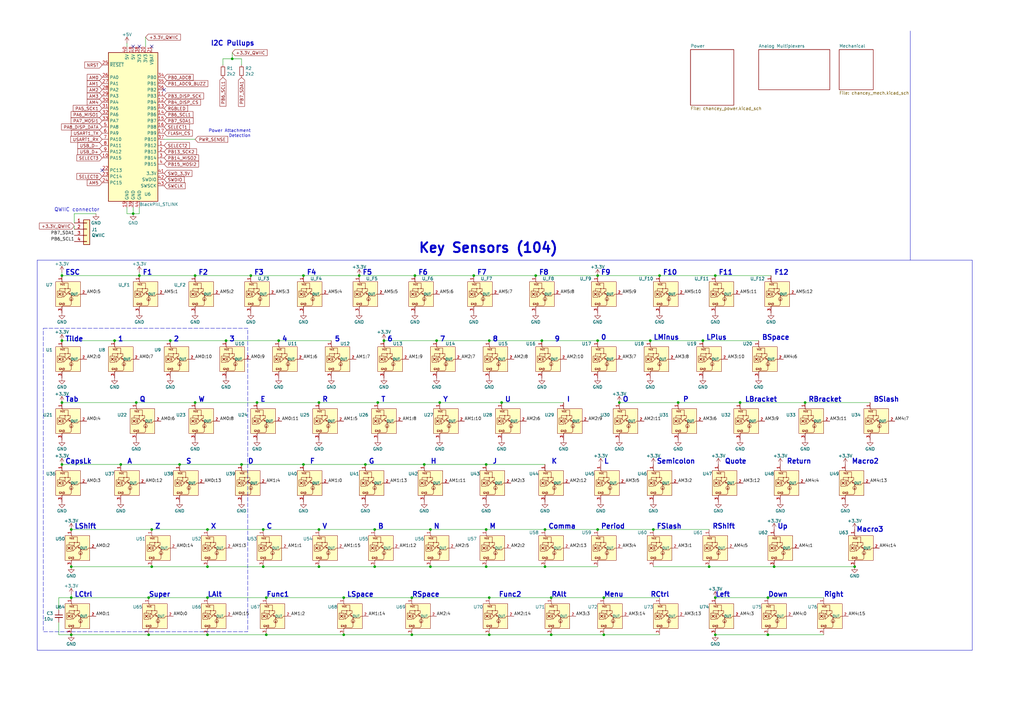
<source format=kicad_sch>
(kicad_sch (version 20230121) (generator eeschema)
  (paper "A3")
  (title_block (title "Chancey Keyboard") (date "2023-06-01") (rev "A-A"))
  (junction (at 109.22 260.35))
  (junction (at 461.01 82.55))
  (junction (at 438.15 97.79))
  (junction (at 29.21 232.41))
  (junction (at 199.39 232.41))
  (junction (at 438.15 123.19))
  (junction (at 485.14 193.04))
  (junction (at 266.7 139.7))
  (junction (at 219.71 113.03))
  (junction (at 157.48 139.7))
  (junction (at 226.06 245.11))
  (junction (at 438.15 82.55))
  (junction (at 25.4 165.1))
  (junction (at 463.55 193.04))
  (junction (at 200.66 260.35))
  (junction (at 102.87 113.03))
  (junction (at 105.41 165.1))
  (junction (at 463.55 173.99))
  (junction (at 483.87 97.79))
  (junction (at 485.14 173.99))
  (junction (at 114.3 139.7))
  (junction (at 176.53 232.41))
  (junction (at 92.71 139.7))
  (junction (at 293.37 245.11))
  (junction (at 461.01 97.79))
  (junction (at 199.39 190.5))
  (junction (at 168.91 245.11))
  (junction (at 314.96 260.35))
  (junction (at 438.15 107.95))
  (junction (at 54.61 87.63))
  (junction (at 60.96 260.35))
  (junction (at 170.18 113.03))
  (junction (at 464.82 229.87))
  (junction (at 485.14 251.46))
  (junction (at 293.37 113.03))
  (junction (at 245.11 217.17))
  (junction (at 270.51 113.03))
  (junction (at 441.96 275.59))
  (junction (at 314.96 245.11))
  (junction (at 459.74 123.19))
  (junction (at 223.52 217.17))
  (junction (at 303.53 165.1))
  (junction (at 147.32 113.03))
  (junction (at 222.25 139.7))
  (junction (at 245.11 113.03))
  (junction (at 293.37 260.35))
  (junction (at 459.74 107.95))
  (junction (at 60.96 245.11))
  (junction (at 107.95 217.17))
  (junction (at 29.21 245.11))
  (junction (at 247.65 245.11))
  (junction (at 130.81 232.41))
  (junction (at 485.14 275.59))
  (junction (at 463.55 189.23))
  (junction (at 62.23 217.17))
  (junction (at 254 165.1))
  (junction (at 25.4 139.7))
  (junction (at 95.25 24.13))
  (junction (at 461.01 55.88))
  (junction (at 438.15 55.88))
  (junction (at 463.55 208.28))
  (junction (at 199.39 217.17))
  (junction (at 247.65 260.35))
  (junction (at 29.21 217.17))
  (junction (at 461.01 71.12))
  (junction (at 180.34 165.1))
  (junction (at 485.14 208.28))
  (junction (at 441.96 173.99))
  (junction (at 69.85 139.7))
  (junction (at 107.95 232.41))
  (junction (at 80.01 165.1))
  (junction (at 433.07 193.04))
  (junction (at 153.67 217.17))
  (junction (at 267.97 217.17))
  (junction (at 464.82 214.63))
  (junction (at 485.14 189.23))
  (junction (at 317.5 232.41))
  (junction (at 80.01 113.03))
  (junction (at 124.46 113.03))
  (junction (at 485.14 229.87))
  (junction (at 464.82 236.22))
  (junction (at 330.2 165.1))
  (junction (at 205.74 165.1))
  (junction (at 140.97 245.11))
  (junction (at 55.88 165.1))
  (junction (at 85.09 232.41))
  (junction (at 441.96 260.35))
  (junction (at 73.66 190.5))
  (junction (at 124.46 190.5))
  (junction (at 85.09 217.17))
  (junction (at 200.66 245.11))
  (junction (at 194.31 113.03))
  (junction (at 130.81 217.17))
  (junction (at 109.22 245.11))
  (junction (at 99.06 190.5))
  (junction (at 154.94 165.1))
  (junction (at 245.11 139.7))
  (junction (at 168.91 260.35))
  (junction (at 223.52 232.41))
  (junction (at 441.96 193.04))
  (junction (at 25.4 113.03))
  (junction (at 350.52 232.41))
  (junction (at 485.14 260.35))
  (junction (at 57.15 113.03))
  (junction (at 62.23 232.41))
  (junction (at 504.19 189.23))
  (junction (at 441.96 251.46))
  (junction (at 85.09 245.11))
  (junction (at 226.06 260.35))
  (junction (at 504.19 229.87))
  (junction (at 29.21 260.35))
  (junction (at 464.82 251.46))
  (junction (at 140.97 260.35))
  (junction (at 433.07 236.22))
  (junction (at 433.07 214.63))
  (junction (at 179.07 139.7))
  (junction (at 278.13 165.1))
  (junction (at 49.53 190.5))
  (junction (at 153.67 232.41))
  (junction (at 130.81 165.1))
  (junction (at 200.66 139.7))
  (junction (at 85.09 260.35))
  (junction (at 290.83 232.41))
  (junction (at 504.19 208.28))
  (junction (at 46.99 139.7))
  (junction (at 173.99 190.5))
  (junction (at 441.96 236.22))
  (junction (at 288.29 139.7))
  (junction (at 176.53 217.17))
  (junction (at 441.96 214.63))
  (junction (at 149.86 190.5))
  (junction (at 25.4 190.5))
  (junction (at 483.87 71.12))
  (no_connect (at 67.31 36.83))
  (no_connect (at 54.61 19.05))
  (no_connect (at 62.23 19.05))
  (no_connect (at 57.15 19.05))
  (no_connect (at 41.91 69.85))
  (wire (pts (xy 49.53 190.5) (xy 73.66 190.5)))
  (wire (pts (xy 485.14 173.99) (xy 504.19 173.99)))
  (wire (pts (xy 92.71 139.7) (xy 114.3 139.7)))
  (wire (pts (xy 25.4 139.7) (xy 46.99 139.7)))
  (wire (pts (xy 427.99 55.88) (xy 427.99 82.55)))
  (wire (pts (xy 504.19 208.28) (xy 521.97 208.28)))
  (wire (pts (xy 438.15 82.55) (xy 461.01 82.55)))
  (wire (pts (xy 485.14 260.35) (xy 504.19 260.35)))
  (wire (pts (xy 427.99 82.55) (xy 438.15 82.55)))
  (wire (pts (xy 24.13 260.35) (xy 29.21 260.35)))
  (wire (pts (xy 293.37 260.35) (xy 314.96 260.35)))
  (wire (pts (xy 107.95 217.17) (xy 130.81 217.17)))
  (wire (pts (xy 433.07 193.04) (xy 433.07 214.63)))
  (wire (pts (xy 245.11 113.03) (xy 270.51 113.03)))
  (wire (pts (xy 521.97 189.23) (xy 504.19 189.23)))
  (wire (pts (xy 52.07 85.09) (xy 52.07 87.63)))
  (wire (pts (xy 25.4 113.03) (xy 57.15 113.03)))
  (wire (pts (xy 485.14 189.23) (xy 504.19 189.23)))
  (wire (pts (xy 173.99 190.5) (xy 199.39 190.5)))
  (wire (pts (xy 438.15 107.95) (xy 459.74 107.95)))
  (wire (pts (xy 62.23 232.41) (xy 85.09 232.41)))
  (wire (pts (xy 267.97 232.41) (xy 290.83 232.41)))
  (wire (pts (xy 441.96 208.28) (xy 463.55 208.28)))
  (wire (pts (xy 290.83 232.41) (xy 317.5 232.41)))
  (wire (pts (xy 52.07 87.63) (xy 54.61 87.63)))
  (wire (pts (xy 504.19 229.87) (xy 485.14 229.87)))
  (wire (pts (xy 52.07 17.78) (xy 52.07 19.05)))
  (wire (pts (xy 46.99 139.7) (xy 69.85 139.7)))
  (wire (pts (xy 30.48 87.63) (xy 39.37 87.63)))
  (wire (pts (xy 154.94 165.1) (xy 180.34 165.1)))
  (wire (pts (xy 60.96 245.11) (xy 85.09 245.11)))
  (wire (pts (xy 80.01 57.15) (xy 67.31 57.15)))
  (wire (pts (xy 149.86 190.5) (xy 173.99 190.5)))
  (wire (pts (xy 441.96 236.22) (xy 464.82 236.22)))
  (wire (pts (xy 485.14 193.04) (xy 504.19 193.04)))
  (wire (pts (xy 205.74 165.1) (xy 231.14 165.1)))
  (wire (pts (xy 62.23 217.17) (xy 85.09 217.17)))
  (wire (pts (xy 85.09 232.41) (xy 107.95 232.41)))
  (wire (pts (xy 29.21 245.11) (xy 60.96 245.11)))
  (wire (pts (xy 124.46 113.03) (xy 147.32 113.03)))
  (wire (pts (xy 24.13 245.11) (xy 29.21 245.11)))
  (wire (pts (xy 485.14 208.28) (xy 504.19 208.28)))
  (wire (pts (xy 114.3 139.7) (xy 135.89 139.7)))
  (wire (pts (xy 200.66 260.35) (xy 226.06 260.35)))
  (wire (pts (xy 168.91 260.35) (xy 200.66 260.35)))
  (wire (pts (xy 464.82 214.63) (xy 485.14 214.63)))
  (wire (pts (xy 441.96 251.46) (xy 464.82 251.46)))
  (wire (pts (xy 24.13 250.19) (xy 24.13 245.11)))
  (wire (pts (xy 107.95 232.41) (xy 130.81 232.41)))
  (wire (pts (xy 57.15 111.76) (xy 57.15 113.03)))
  (wire (pts (xy 314.96 260.35) (xy 337.82 260.35)))
  (wire (pts (xy 438.15 55.88) (xy 427.99 55.88)))
  (wire (pts (xy 245.11 139.7) (xy 266.7 139.7)))
  (wire (pts (xy 124.46 190.5) (xy 149.86 190.5)))
  (wire (pts (xy 199.39 232.41) (xy 223.52 232.41)))
  (wire (pts (xy 25.4 190.5) (xy 49.53 190.5)))
  (wire (pts (xy 25.4 111.76) (xy 25.4 113.03)))
  (wire (pts (xy 438.15 123.19) (xy 459.74 123.19)))
  (wire (pts (xy 502.92 71.12) (xy 483.87 71.12)))
  (wire (pts (xy 200.66 139.7) (xy 222.25 139.7)))
  (wire (pts (xy 222.25 139.7) (xy 245.11 139.7)))
  (wire (pts (xy 99.06 24.13) (xy 99.06 26.67)))
  (wire (pts (xy 502.92 97.79) (xy 502.92 71.12)))
  (wire (pts (xy 91.44 24.13) (xy 91.44 26.67)))
  (wire (pts (xy 504.19 251.46) (xy 504.19 229.87)))
  (wire (pts (xy 433.07 193.04) (xy 441.96 193.04)))
  (wire (pts (xy 153.67 217.17) (xy 176.53 217.17)))
  (wire (pts (xy 463.55 193.04) (xy 485.14 193.04)))
  (wire (pts (xy 29.21 232.41) (xy 62.23 232.41)))
  (wire (pts (xy 199.39 190.5) (xy 223.52 190.5)))
  (wire (pts (xy 461.01 55.88) (xy 483.87 55.88)))
  (wire (pts (xy 153.67 232.41) (xy 176.53 232.41)))
  (wire (pts (xy 270.51 113.03) (xy 293.37 113.03)))
  (wire (pts (xy 85.09 217.17) (xy 107.95 217.17)))
  (wire (pts (xy 504.19 229.87) (xy 504.19 208.28)))
  (wire (pts (xy 464.82 251.46) (xy 485.14 251.46)))
  (wire (pts (xy 59.69 19.05) (xy 59.69 15.24)))
  (wire (pts (xy 80.01 165.1) (xy 105.41 165.1)))
  (wire (pts (xy 245.11 217.17) (xy 267.97 217.17)))
  (wire (pts (xy 441.96 171.45) (xy 441.96 173.99)))
  (wire (pts (xy 464.82 236.22) (xy 485.14 236.22)))
  (wire (pts (xy 29.21 243.84) (xy 29.21 245.11)))
  (wire (pts (xy 30.48 92.71) (xy 30.48 93.98)))
  (wire (pts (xy 140.97 245.11) (xy 168.91 245.11)))
  (wire (pts (xy 463.55 173.99) (xy 485.14 173.99)))
  (wire (pts (xy 95.25 24.13) (xy 99.06 24.13)))
  (wire (pts (xy 176.53 232.41) (xy 199.39 232.41)))
  (wire (pts (xy 95.25 21.59) (xy 95.25 24.13)))
  (wire (pts (xy 80.01 113.03) (xy 102.87 113.03)))
  (wire (pts (xy 226.06 245.11) (xy 247.65 245.11)))
  (wire (pts (xy 29.21 217.17) (xy 62.23 217.17)))
  (wire (pts (xy 85.09 260.35) (xy 109.22 260.35)))
  (wire (pts (xy 441.96 214.63) (xy 464.82 214.63)))
  (wire (pts (xy 459.74 123.19) (xy 483.87 123.19)))
  (wire (pts (xy 57.15 113.03) (xy 80.01 113.03)))
  (wire (pts (xy 441.96 229.87) (xy 464.82 229.87)))
  (wire (pts (xy 485.14 275.59) (xy 504.19 275.59)))
  (wire (pts (xy 438.15 97.79) (xy 461.01 97.79)))
  (wire (pts (xy 441.96 193.04) (xy 463.55 193.04)))
  (wire (pts (xy 180.34 165.1) (xy 205.74 165.1)))
  (polyline (pts (xy 373.38 12.7) (xy 373.38 106.68)))
  (wire (pts (xy 464.82 229.87) (xy 485.14 229.87)))
  (wire (pts (xy 200.66 245.11) (xy 226.06 245.11)))
  (wire (pts (xy 266.7 139.7) (xy 288.29 139.7)))
  (wire (pts (xy 463.55 208.28) (xy 485.14 208.28)))
  (wire (pts (xy 219.71 113.03) (xy 245.11 113.03)))
  (wire (pts (xy 278.13 165.1) (xy 303.53 165.1)))
  (wire (pts (xy 485.14 251.46) (xy 504.19 251.46)))
  (wire (pts (xy 438.15 55.88) (xy 461.01 55.88)))
  (wire (pts (xy 441.96 173.99) (xy 433.07 173.99)))
  (wire (pts (xy 483.87 97.79) (xy 502.92 97.79)))
  (wire (pts (xy 441.96 260.35) (xy 485.14 260.35)))
  (wire (pts (xy 314.96 245.11) (xy 337.82 245.11)))
  (wire (pts (xy 179.07 139.7) (xy 200.66 139.7)))
  (wire (pts (xy 199.39 217.17) (xy 223.52 217.17)))
  (wire (pts (xy 459.74 107.95) (xy 483.87 107.95)))
  (wire (pts (xy 99.06 190.5) (xy 124.46 190.5)))
  (wire (pts (xy 130.81 217.17) (xy 153.67 217.17)))
  (wire (pts (xy 147.32 113.03) (xy 170.18 113.03)))
  (wire (pts (xy 330.2 165.1) (xy 356.87 165.1)))
  (wire (pts (xy 25.4 165.1) (xy 55.88 165.1)))
  (wire (pts (xy 293.37 245.11) (xy 314.96 245.11)))
  (wire (pts (xy 461.01 82.55) (xy 483.87 82.55)))
  (wire (pts (xy 223.52 217.17) (xy 245.11 217.17)))
  (wire (pts (xy 54.61 85.09) (xy 54.61 87.63)))
  (wire (pts (xy 105.41 165.1) (xy 130.81 165.1)))
  (wire (pts (xy 433.07 214.63) (xy 441.96 214.63)))
  (wire (pts (xy 461.01 97.79) (xy 483.87 97.79)))
  (wire (pts (xy 441.96 189.23) (xy 463.55 189.23)))
  (wire (pts (xy 57.15 87.63) (xy 54.61 87.63)))
  (wire (pts (xy 95.25 24.13) (xy 91.44 24.13)))
  (wire (pts (xy 170.18 113.03) (xy 194.31 113.03)))
  (wire (pts (xy 483.87 71.12) (xy 461.01 71.12)))
  (wire (pts (xy 267.97 217.17) (xy 290.83 217.17)))
  (wire (pts (xy 60.96 260.35) (xy 85.09 260.35)))
  (wire (pts (xy 317.5 232.41) (xy 350.52 232.41)))
  (wire (pts (xy 24.13 255.27) (xy 24.13 260.35)))
  (wire (pts (xy 461.01 71.12) (xy 438.15 71.12)))
  (wire (pts (xy 130.81 165.1) (xy 154.94 165.1)))
  (wire (pts (xy 288.29 139.7) (xy 311.15 139.7)))
  (wire (pts (xy 102.87 113.03) (xy 124.46 113.03)))
  (wire (pts (xy 130.81 232.41) (xy 153.67 232.41)))
  (wire (pts (xy 441.96 173.99) (xy 463.55 173.99)))
  (wire (pts (xy 433.07 173.99) (xy 433.07 193.04)))
  (wire (pts (xy 29.21 260.35) (xy 60.96 260.35)))
  (wire (pts (xy 433.07 236.22) (xy 433.07 260.35)))
  (wire (pts (xy 69.85 139.7) (xy 92.71 139.7)))
  (wire (pts (xy 433.07 214.63) (xy 433.07 236.22)))
  (wire (pts (xy 441.96 275.59) (xy 485.14 275.59)))
  (wire (pts (xy 57.15 85.09) (xy 57.15 87.63)))
  (wire (pts (xy 30.48 91.44) (xy 30.48 87.63)))
  (wire (pts (xy 247.65 260.35) (xy 270.51 260.35)))
  (wire (pts (xy 247.65 245.11) (xy 270.51 245.11)))
  (wire (pts (xy 433.07 236.22) (xy 441.96 236.22)))
  (wire (pts (xy 140.97 260.35) (xy 168.91 260.35)))
  (wire (pts (xy 463.55 189.23) (xy 485.14 189.23)))
  (wire (pts (xy 55.88 165.1) (xy 80.01 165.1)))
  (wire (pts (xy 176.53 217.17) (xy 199.39 217.17)))
  (wire (pts (xy 109.22 260.35) (xy 140.97 260.35)))
  (wire (pts (xy 293.37 113.03) (xy 316.23 113.03)))
  (wire (pts (xy 303.53 165.1) (xy 330.2 165.1)))
  (wire (pts (xy 254 165.1) (xy 278.13 165.1)))
  (wire (pts (xy 521.97 208.28) (xy 521.97 189.23)))
  (wire (pts (xy 194.31 113.03) (xy 219.71 113.03)))
  (wire (pts (xy 85.09 245.11) (xy 109.22 245.11)))
  (wire (pts (xy 226.06 260.35) (xy 247.65 260.35)))
  (wire (pts (xy 433.07 260.35) (xy 441.96 260.35)))
  (wire (pts (xy 168.91 245.11) (xy 200.66 245.11)))
  (wire (pts (xy 73.66 190.5) (xy 99.06 190.5)))
  (wire (pts (xy 109.22 245.11) (xy 140.97 245.11)))
  (wire (pts (xy 157.48 139.7) (xy 179.07 139.7)))
  (wire (pts (xy 223.52 232.41) (xy 245.11 232.41)))
  (rectangle (start 15.24 106.68) (end 398.78 266.7))
  (rectangle (start 17.78 134.62) (end 101.6 259.08) (stroke (width 0) (type dash)))
  (text "LAlt" (at 85.09 245.11 0) (effects (font (size 2.0066 2.0066) (thickness 0.4013) bold) (justify left bottom)))
  (text "LPlus" (at 289.56 139.7 0) (effects (font (size 2.0066 2.0066) (thickness 0.4013) bold) (justify left bottom)))
  (text "Nump.8" (at 464.82 193.04 0) (effects (font (size 2.0066 2.0066) (thickness 0.4013) bold) (justify left bottom)))
  (text "RShift" (at 292.1 217.17 0) (effects (font (size 2.0066 2.0066) (thickness 0.4013) bold) (justify left bottom)))
  (text "L" (at 247.65 190.5 0) (effects (font (size 2.0066 2.0066) (thickness 0.4013) bold) (justify left bottom)))
  (text "O" (at 255.27 165.1 0) (effects (font (size 2.0066 2.0066) (thickness 0.4013) bold) (justify left bottom)))
  (text "LShift" (at 30.48 217.17 0) (effects (font (size 2.0066 2.0066) (thickness 0.4013) bold) (justify left bottom)))
  (text "Nump.1" (at 443.23 236.22 0) (effects (font (size 2.0066 2.0066) (thickness 0.4013) bold) (justify left bottom)))
  (text "F7" (at 195.58 113.03 0) (effects (font (size 2.0066 2.0066) (thickness 0.4013) bold) (justify left bottom)))
  (text "BSpace" (at 312.42 139.7 0) (effects (font (size 2.0066 2.0066) (thickness 0.4013) bold) (justify left bottom)))
  (text "I" (at 232.41 165.1 0) (effects (font (size 2.0066 2.0066) (thickness 0.4013) bold) (justify left bottom)))
  (text "RAlt" (at 226.06 245.11 0) (effects (font (size 2.0066 2.0066) (thickness 0.4013) bold) (justify left bottom)))
  (text "K" (at 226.06 190.5 0) (effects (font (size 2.0066 2.0066) (thickness 0.4013) bold) (justify left bottom)))
  (text "Divide" (at 464.82 173.99 0) (effects (font (size 2.0066 2.0066) (thickness 0.4013) bold) (justify left bottom)))
  (text "V" (at 132.08 217.17 0) (effects (font (size 2.0066 2.0066) (thickness 0.4013) bold) (justify left bottom)))
  (text "Nump.5" (at 466.09 214.63 0) (effects (font (size 2.0066 2.0066) (thickness 0.4013) bold) (justify left bottom)))
  (text "Up" (at 318.77 217.17 0) (effects (font (size 2.0066 2.0066) (thickness 0.4013) bold) (justify left bottom)))
  (text "U" (at 207.01 165.1 0) (effects (font (size 2.0066 2.0066) (thickness 0.4013) bold) (justify left bottom)))
  (text "B" (at 154.94 217.17 0) (effects (font (size 2.0066 2.0066) (thickness 0.4013) bold) (justify left bottom)))
  (text "F8" (at 220.98 113.03 0) (effects (font (size 2.0066 2.0066) (thickness 0.4013) bold) (justify left bottom)))
  (text "RSpace" (at 168.91 245.11 0) (effects (font (size 2.0066 2.0066) (thickness 0.4013) bold) (justify left bottom)))
  (text "RCtrl" (at 266.7 245.11 0) (effects (font (size 2.0066 2.0066) (thickness 0.4013) bold) (justify left bottom)))
  (text "CapsLk" (at 26.67 190.5 0) (effects (font (size 2.0066 2.0066) (thickness 0.4013) bold) (justify left bottom)))
  (text "Func2" (at 204.47 245.11 0) (effects (font (size 2.0066 2.0066) (thickness 0.4013) bold) (justify left bottom)))
  (text "4" (at 115.57 140.335 0) (effects (font (size 2.0066 2.0066) (thickness 0.4013) bold) (justify left bottom)))
  (text "F2" (at 81.28 113.03 0) (effects (font (size 2.0066 2.0066) (thickness 0.4013) bold) (justify left bottom)))
  (text "Tab" (at 26.67 165.1 0) (effects (font (size 2.0066 2.0066) (thickness 0.4013) bold) (justify left bottom)))
  (text "H" (at 176.53 190.5 0) (effects (font (size 2.0066 2.0066) (thickness 0.4013) bold) (justify left bottom)))
  (text "F11" (at 294.64 113.03 0) (effects (font (size 2.0066 2.0066) (thickness 0.4013) bold) (justify left bottom)))
  (text "Down" (at 314.96 245.11 0) (effects (font (size 2.0066 2.0066) (thickness 0.4013) bold) (justify left bottom)))
  (text "Nump.2" (at 466.09 236.22 0) (effects (font (size 2.0066 2.0066) (thickness 0.4013) bold) (justify left bottom)))
  (text "F4" (at 125.73 113.03 0) (effects (font (size 2.0066 2.0066) (thickness 0.4013) bold) (justify left bottom)))
  (text "Pause" (at 485.14 107.95 0) (effects (font (size 2.0066 2.0066) (thickness 0.4013) bold) (justify left bottom)))
  (text "Macro2" (at 349.25 190.5 0) (effects (font (size 2.0066 2.0066) (thickness 0.4013) bold) (justify left bottom)))
  (text "6" (at 158.75 140.335 0) (effects (font (size 2.0066 2.0066) (thickness 0.4013) bold) (justify left bottom)))
  (text "G" (at 151.13 190.5 0) (effects (font (size 2.0066 2.0066) (thickness 0.4013) bold) (justify left bottom)))
  (text "F1" (at 58.42 113.03 0) (effects (font (size 2.0066 2.0066) (thickness 0.4013) bold) (justify left bottom)))
  (text "Semicolon" (at 269.24 190.5 0) (effects (font (size 2.0066 2.0066) (thickness 0.4013) bold) (justify left bottom)))
  (text "Comma" (at 224.79 217.17 0) (effects (font (size 2.0066 2.0066) (thickness 0.4013) bold) (justify left bottom)))
  (text "F12" (at 317.5 113.03 0) (effects (font (size 2.0066 2.0066) (thickness 0.4013) bold) (justify left bottom)))
  (text "Return" (at 322.58 190.5 0) (effects (font (size 2.0066 2.0066) (thickness 0.4013) bold) (justify left bottom)))
  (text "Super" (at 60.96 245.11 0) (effects (font (size 2.0066 2.0066) (thickness 0.4013) bold) (justify left bottom)))
  (text "RBracket" (at 331.47 165.1 0) (effects (font (size 2.0066 2.0066) (thickness 0.4013) bold) (justify left bottom)))
  (text "NumDEL\n" (at 486.41 260.35 0) (effects (font (size 2.0066 2.0066) (thickness 0.4013) bold) (justify left bottom)))
  (text "D" (at 101.6 190.5 0) (effects (font (size 2.0066 2.0066) (thickness 0.4013) bold) (justify left bottom)))
  (text "Pg.Dn" (at 485.14 82.55 0) (effects (font (size 2.0066 2.0066) (thickness 0.4013) bold) (justify left bottom)))
  (text "Right" (at 337.82 245.11 0) (effects (font (size 2.0066 2.0066) (thickness 0.4013) bold) (justify left bottom)))
  (text "BSlash" (at 358.14 165.1 0) (effects (font (size 2.0066 2.0066) (thickness 0.4013) bold) (justify left bottom)))
  (text "X" (at 86.36 217.17 0) (effects (font (size 2.0066 2.0066) (thickness 0.4013) bold) (justify left bottom)))
  (text "LCtrl" (at 30.48 245.11 0) (effects (font (size 2.0066 2.0066) (thickness 0.4013) bold) (justify left bottom)))
  (text "M" (at 200.66 217.17 0) (effects (font (size 2.0066 2.0066) (thickness 0.4013) bold) (justify left bottom)))
  (text "W" (at 81.28 165.1 0) (effects (font (size 2.0066 2.0066) (thickness 0.4013) bold) (justify left bottom)))
  (text "Q" (at 57.15 165.1 0) (effects (font (size 2.0066 2.0066) (thickness 0.4013) bold) (justify left bottom)))
  (text "RPlus" (at 505.46 193.04 0) (effects (font (size 2.0066 2.0066) (thickness 0.4013) bold) (justify left bottom)))
  (text "Power Attachment\nDetection" (at 102.87 56.515 0) (effects (font (size 1.27 1.27)) (justify right bottom)))
  (text "J" (at 201.93 190.5 0) (effects (font (size 2.0066 2.0066) (thickness 0.4013) bold) (justify left bottom)))
  (text "P" (at 280.035 165.1 0) (effects (font (size 2.0066 2.0066) (thickness 0.4013) bold) (justify left bottom)))
  (text "QWIIC connector" (at 22.225 86.995 0) (effects (font (size 1.4986 1.4986)) (justify left bottom)))
  (text "F5" (at 148.59 113.03 0) (effects (font (size 2.0066 2.0066) (thickness 0.4013) bold) (justify left bottom)))
  (text "F6" (at 171.45 113.03 0) (effects (font (size 2.0066 2.0066) (thickness 0.4013) bold) (justify left bottom)))
  (text "R" (at 132.08 165.1 0) (effects (font (size 2.0066 2.0066) (thickness 0.4013) bold) (justify left bottom)))
  (text "A" (at 52.07 190.5 0) (effects (font (size 2.0066 2.0066) (thickness 0.4013) bold) (justify left bottom)))
  (text "E" (at 106.68 165.1 0) (effects (font (size 2.0066 2.0066) (thickness 0.4013) bold) (justify left bottom)))
  (text "Tilde" (at 26.67 140.335 0) (effects (font (size 2.0066 2.0066) (thickness 0.4013) bold) (justify left bottom)))
  (text "LMinus" (at 267.97 139.7 0) (effects (font (size 2.0066 2.0066) (thickness 0.4013) bold) (justify left bottom)))
  (text "3" (at 93.98 140.335 0) (effects (font (size 2.0066 2.0066) (thickness 0.4013) bold) (justify left bottom)))
  (text "Z" (at 63.5 217.17 0) (effects (font (size 2.0066 2.0066) (thickness 0.4013) bold) (justify left bottom)))
  (text "Nump.4" (at 443.23 214.63 0) (effects (font (size 2.0066 2.0066) (thickness 0.4013) bold) (justify left bottom)))
  (text "F9" (at 246.38 113.03 0) (effects (font (size 2.0066 2.0066) (thickness 0.4013) bold) (justify left bottom)))
  (text "Pg.Up" (at 485.14 55.88 0) (effects (font (size 2.0066 2.0066) (thickness 0.4013) bold) (justify left bottom)))
  (text "Nump.3" (at 486.41 236.22 0) (effects (font (size 2.0066 2.0066) (thickness 0.4013) bold) (justify left bottom)))
  (text "F3" (at 104.14 113.03 0) (effects (font (size 2.0066 2.0066) (thickness 0.4013) bold) (justify left bottom)))
  (text "Nump.9" (at 486.41 193.04 0) (effects (font (size 2.0066 2.0066) (thickness 0.4013) bold) (justify left bottom)))
  (text "8" (at 201.93 140.335 0) (effects (font (size 2.0066 2.0066) (thickness 0.4013) bold) (justify left bottom)))
  (text "Prt.Scrn" (at 439.42 107.95 0) (effects (font (size 2.0066 2.0066) (thickness 0.4013) bold) (justify left bottom)))
  (text "ENTER" (at 505.46 260.35 0) (effects (font (size 2.0066 2.0066) (thickness 0.4013) bold) (justify left bottom)))
  (text "5" (at 137.16 140.335 0) (effects (font (size 2.0066 2.0066) (thickness 0.4013) bold) (justify left bottom)))
  (text "RMinus" (at 505.46 173.99 0) (effects (font (size 2.0066 2.0066) (thickness 0.4013) bold) (justify left bottom)))
  (text "Times" (at 486.41 173.99 0) (effects (font (size 2.0066 2.0066) (thickness 0.4013) bold) (justify left bottom)))
  (text "LSpace" (at 142.24 245.11 0) (effects (font (size 2.0066 2.0066) (thickness 0.4013) bold) (justify left bottom)))
  (text "Left" (at 293.37 245.11 0) (effects (font (size 2.0066 2.0066) (thickness 0.4013) bold) (justify left bottom)))
  (text "DELETE" (at 439.42 82.55 0) (effects (font (size 2.0066 2.0066) (thickness 0.4013) bold) (justify left bottom)))
  (text "Scrol.lk" (at 461.01 107.95 0) (effects (font (size 2.0066 2.0066) (thickness 0.4013) bold) (justify left bottom)))
  (text "2" (at 71.12 140.335 0) (effects (font (size 2.0066 2.0066) (thickness 0.4013) bold) (justify left bottom)))
  (text "0" (at 246.38 139.7 0) (effects (font (size 2.0066 2.0066) (thickness 0.4013) bold) (justify left bottom)))
  (text "9" (at 227.33 140.335 0) (effects (font (size 2.0066 2.0066) (thickness 0.4013) bold) (justify left bottom)))
  (text "T" (at 156.21 165.1 0) (effects (font (size 2.0066 2.0066) (thickness 0.4013) bold) (justify left bottom)))
  (text "FSlash" (at 269.24 217.17 0) (effects (font (size 2.0066 2.0066) (thickness 0.4013) bold) (justify left bottom)))
  (text "Nump.6" (at 486.41 214.63 0) (effects (font (size 2.0066 2.0066) (thickness 0.4013) bold) (justify left bottom)))
  (text "F" (at 127 190.5 0) (effects (font (size 2.0066 2.0066) (thickness 0.4013) bold) (justify left bottom)))
  (text "Key Sensors (104)" (at 171.45 104.14 0) (effects (font (size 3.9878 3.9878) (thickness 0.7976) bold) (justify left bottom)))
  (text "1" (at 48.26 140.335 0) (effects (font (size 2.0066 2.0066) (thickness 0.4013) bold) (justify left bottom)))
  (text "Func1" (at 109.22 245.11 0) (effects (font (size 2.0066 2.0066) (thickness 0.4013) bold) (justify left bottom)))
  (text "Macro1" (at 439.42 135.89 0) (effects (font (size 2.0066 2.0066) (thickness 0.4013) bold) (justify left bottom)))
  (text "Macro3" (at 351.155 218.44 0) (effects (font (size 2.0066 2.0066) (thickness 0.4013) bold) (justify left bottom)))
  (text "Num Lock" (at 443.23 173.99 0) (effects (font (size 2.0066 2.0066) (thickness 0.4013) bold) (justify left bottom)))
  (text "Y" (at 181.61 165.1 0) (effects (font (size 2.0066 2.0066) (thickness 0.4013) bold) (justify left bottom)))
  (text "F10" (at 271.78 113.03 0) (effects (font (size 2.0066 2.0066) (thickness 0.4013) bold) (justify left bottom)))
  (text "Quote" (at 297.18 190.5 0) (effects (font (size 2.0066 2.0066) (thickness 0.4013) bold) (justify left bottom)))
  (text "Nump.0" (at 443.23 260.35 0) (effects (font (size 2.0066 2.0066) (thickness 0.4013) bold) (justify left bottom)))
  (text "Period" (at 246.38 217.17 0) (effects (font (size 2.0066 2.0066) (thickness 0.4013) bold) (justify left bottom)))
  (text "7" (at 180.34 140.335 0) (effects (font (size 2.0066 2.0066) (thickness 0.4013) bold) (justify left bottom)))
  (text "Nump.7" (at 443.23 193.04 0) (effects (font (size 2.0066 2.0066) (thickness 0.4013) bold) (justify left bottom)))
  (text "S" (at 76.2 190.5 0) (effects (font (size 2.0066 2.0066) (thickness 0.4013) bold) (justify left bottom)))
  (text "Menu" (at 247.65 245.11 0) (effects (font (size 2.0066 2.0066) (thickness 0.4013) bold) (justify left bottom)))
  (text "Insert" (at 440.69 55.88 0) (effects (font (size 2.0066 2.0066) (thickness 0.4013) bold) (justify left bottom)))
  (text "I2C Pullups" (at 86.36 19.05 0) (effects (font (size 2.0066 2.0066) (thickness 0.4013) bold) (justify left bottom)))
  (text "LBracket" (at 305.435 165.1 0) (effects (font (size 2.0066 2.0066) (thickness 0.4013) bold) (justify left bottom)))
  (text "Home" (at 463.55 55.88 0) (effects (font (size 2.0066 2.0066) (thickness 0.4013) bold) (justify left bottom)))
  (text "C" (at 109.22 217.17 0) (effects (font (size 2.0066 2.0066) (thickness 0.4013) bold) (justify left bottom)))
  (text "N" (at 177.8 217.17 0) (effects (font (size 2.0066 2.0066) (thickness 0.4013) bold) (justify left bottom)))
  (text "ESC" (at 26.67 113.03 0) (effects (font (size 2.0066 2.0066) (thickness 0.4013) bold) (justify left bottom)))
  (text "END" (at 462.28 82.55 0) (effects (font (size 2.0066 2.0066) (thickness 0.4013) bold) (justify left bottom)))
  (label "AM4:6" (at 321.31 147.32 0))
  (label "AM6:14" (at 474.98 243.84 0))
  (label "AM5:10" (at 280.67 120.65 0))
  (label "AM5:7" (at 204.47 120.65 0))
  (label "AM3:11" (at 340.36 172.72 0))
  (label "AM6:1" (at 448.31 90.17 0))
  (label "AM2:4" (at 179.07 252.73 0))
  (label "AM3:6" (at 288.29 172.72 0))
  (label "AM0:8" (at 90.17 172.72 0))
  (label "AM0:3" (at 35.56 198.12 0))
  (label "AM2:5" (at 186.69 224.79 0))
  (label "AM1:11" (at 184.15 198.12 0))
  (label "AM5:1" (at 67.31 120.65 0))
  (label "AM3:2" (at 278.13 198.12 0))
  (label "AM5:5" (at 157.48 120.65 0))
  (label "AM0:2" (at 39.37 224.79 0))
  (label "AM3:14" (at 257.81 252.73 0))
  (label "AM2:13" (at 233.68 224.79 0))
  (label "PB7_SDA1" (at 30.48 96.52 180))
  (label "AM5:4" (at 134.62 120.65 0))
  (label "AM5:9" (at 255.27 120.65 0))
  (label "AM0:10" (at 80.01 147.32 0))
  (label "AM4:15" (at 347.98 252.73 0))
  (label "AM2:0" (at 35.56 147.32 0))
  (label "AM5:15" (at 471.17 63.5 0))
  (label "AM4:7" (at 367.03 172.72 0))
  (label "AM7:4" (at 452.12 267.97 0))
  (label "AM1:15" (at 140.97 224.79 0))
  (label "AM1:13" (at 160.02 198.12 0))
  (label "AM7:2" (at 495.3 200.66 0))
  (label "AM4:1" (at 327.66 224.79 0))
  (label "AM2:9" (at 241.3 172.72 0))
  (label "AM6:11" (at 474.98 222.25 0))
  (label "AM1:7" (at 146.05 147.32 0))
  (label "AM5:2" (at 90.17 120.65 0))
  (label "AM0:7" (at 57.15 147.32 0))
  (label "AM4:12" (at 448.31 143.51 0))
  (label "AM4:0" (at 325.12 252.73 0))
  (label "AM2:14" (at 210.82 252.73 0))
  (label "AM0:11" (at 115.57 172.72 0))
  (label "AM2:2" (at 209.55 224.79 0))
  (label "AM6:12" (at 495.3 222.25 0))
  (label "AM2:11" (at 264.16 172.72 0))
  (label "AM6:10" (at 452.12 222.25 0))
  (label "AM3:10" (at 298.45 147.32 0))
  (label "AM6:0" (at 494.03 63.5 0))
  (label "AM3:12" (at 304.8 198.12 0))
  (label "AM2:8" (at 210.82 147.32 0))
  (label "AM1:5" (at 140.97 172.72 0))
  (label "AM2:12" (at 233.68 198.12 0))
  (label "AM2:6" (at 215.9 172.72 0))
  (label "AM5:14" (at 448.31 63.5 0))
  (label "AM7:6" (at 514.35 267.97 0))
  (label "AM2:7" (at 189.23 147.32 0))
  (label "AM2:10" (at 232.41 147.32 0))
  (label "AM3:3" (at 236.22 252.73 0))
  (label "AM5:13" (at 471.17 90.17 0))
  (label "AM6:7" (at 473.71 181.61 0))
  (label "AM3:9" (at 313.69 172.72 0))
  (label "AM6:3" (at 448.31 115.57 0))
  (label "AM3:5" (at 256.54 198.12 0))
  (label "AM1:12" (at 163.83 224.79 0))
  (label "AM2:3" (at 209.55 198.12 0))
  (label "AM0:12" (at 59.69 198.12 0))
  (label "AM6:6" (at 452.12 181.61 0))
  (label "AM6:4" (at 469.9 115.57 0))
  (label "PB6_SCL1" (at 30.48 99.06 180))
  (label "AM5:3" (at 113.03 120.65 0))
  (label "AM3:4" (at 255.27 224.79 0))
  (label "AM6:15" (at 495.3 243.84 0))
  (label "AM4:3" (at 303.53 252.73 0))
  (label "AM7:3" (at 514.35 200.66 0))
  (label "AM6:8" (at 495.3 181.61 0))
  (label "AM6:13" (at 452.12 243.84 0))
  (label "AM1:9" (at 167.64 147.32 0))
  (label "AM0:15" (at 95.25 252.73 0))
  (label "AM0:1" (at 39.37 252.73 0))
  (label "AM5:12" (at 326.39 120.65 0))
  (label "AM7:0" (at 452.12 200.66 0))
  (label "AM5:11" (at 303.53 120.65 0))
  (label "AM4:4" (at 330.2 198.12 0))
  (label "AM6:9" (at 514.35 181.61 0))
  (label "AM3:8" (at 276.86 147.32 0))
  (label "AM7:5" (at 495.3 267.97 0))
  (label "AM3:7" (at 255.27 147.32 0))
  (label "AM0:6" (at 66.04 172.72 0))
  (label "AM0:0" (at 71.12 252.73 0))
  (label "AM6:5" (at 494.03 115.57 0))
  (label "AM1:3" (at 95.25 224.79 0))
  (label "AM0:5" (at 35.56 120.65 0))
  (label "AM1:1" (at 118.11 224.79 0))
  (label "AM3:1" (at 278.13 224.79 0))
  (label "AM4:14" (at 360.68 224.79 0))
  (label "AM0:14" (at 72.39 224.79 0))
  (label "AM7:1" (at 473.71 200.66 0))
  (label "AM4:13" (at 356.87 198.12 0))
  (label "AM1:0" (at 134.62 198.12 0))
  (label "AM5:8" (at 229.87 120.65 0))
  (label "AM6:2" (at 494.03 90.17 0))
  (label "AM0:13" (at 83.82 198.12 0))
  (label "AM4:5" (at 300.99 224.79 0))
  (label "AM1:10" (at 190.5 172.72 0))
  (label "AM5:6" (at 180.34 120.65 0))
  (label "AM0:4" (at 35.56 172.72 0))
  (label "AM1:14" (at 151.13 252.73 0))
  (label "AM1:6" (at 124.46 147.32 0))
  (label "AM1:4" (at 109.22 198.12 0))
  (label "AM1:2" (at 119.38 252.73 0))
  (label "AM1:8" (at 165.1 172.72 0))
  (label "AM3:13" (at 280.67 252.73 0))
  (label "AM0:9" (at 102.87 147.32 0))
  (global_label "AM5" (shape input) (at 41.91 74.93 180) (property "Intersheetrefs" "${INTERSHEET_REFS}" (effects hide)))
  (global_label "AM3" (shape input) (at 41.91 39.37 180) (property "Intersheetrefs" "${INTERSHEET_REFS}" (effects hide)))
  (global_label "+3.3V_QWIIC" (shape input) (at 59.69 15.24 0) (property "Intersheetrefs" "${INTERSHEET_REFS}" (effects hide)))
  (global_label "PB0_ADC8" (shape input) (at 67.31 31.75 0) (property "Intersheetrefs" "${INTERSHEET_REFS}" (effects hide)))
  (global_label "USART1_RX" (shape input) (at 41.91 57.15 180) (property "Intersheetrefs" "${INTERSHEET_REFS}" (effects hide)))
  (global_label "SELECT2" (shape input) (at 67.31 59.69 0) (property "Intersheetrefs" "${INTERSHEET_REFS}" (effects hide)))
  (global_label "PWR_SENSE" (shape input) (at 80.01 57.15 0) (property "Intersheetrefs" "${INTERSHEET_REFS}" (effects hide)))
  (global_label "+3.3V_QWIIC" (shape input) (at 30.48 92.71 180) (property "Intersheetrefs" "${INTERSHEET_REFS}" (effects hide)))
  (global_label "AM4" (shape input) (at 41.91 41.91 180) (property "Intersheetrefs" "${INTERSHEET_REFS}" (effects hide)))
  (global_label "PA5_SCK1" (shape input) (at 41.91 44.45 180) (property "Intersheetrefs" "${INTERSHEET_REFS}" (effects hide)))
  (global_label "PB1_ADC9_BUZZ" (shape input) (at 67.31 34.29 0) (property "Intersheetrefs" "${INTERSHEET_REFS}" (effects hide)))
  (global_label "AM1" (shape input) (at 41.91 34.29 180) (property "Intersheetrefs" "${INTERSHEET_REFS}" (effects hide)))
  (global_label "PA8_DISP_DATA" (shape input) (at 41.91 52.07 180) (property "Intersheetrefs" "${INTERSHEET_REFS}" (effects hide)))
  (global_label "SELECT1" (shape input) (at 67.31 52.07 0) (property "Intersheetrefs" "${INTERSHEET_REFS}" (effects hide)))
  (global_label "PB4_DISP_CS" (shape input) (at 67.31 41.91 0) (property "Intersheetrefs" "${INTERSHEET_REFS}" (effects hide)))
  (global_label "SELECT0" (shape input) (at 41.91 72.39 180) (property "Intersheetrefs" "${INTERSHEET_REFS}" (effects hide)))
  (global_label "PB15_MOSI2" (shape input) (at 67.31 67.31 0) (property "Intersheetrefs" "${INTERSHEET_REFS}" (effects hide)))
  (global_label "SWCLK" (shape input) (at 67.31 76.2 0) (property "Intersheetrefs" "${INTERSHEET_REFS}" (effects hide)))
  (global_label "+3.3V_QWIIC" (shape input) (at 95.25 21.59 0) (property "Intersheetrefs" "${INTERSHEET_REFS}" (effects hide)))
  (global_label "PB3_DISP_SCK" (shape input) (at 67.31 39.37 0) (property "Intersheetrefs" "${INTERSHEET_REFS}" (effects hide)))
  (global_label "AM2" (shape input) (at 41.91 36.83 180) (property "Intersheetrefs" "${INTERSHEET_REFS}" (effects hide)))
  (global_label "PA7_MOSI1" (shape input) (at 41.91 49.53 180) (property "Intersheetrefs" "${INTERSHEET_REFS}" (effects hide)))
  (global_label "PB6_SCL1" (shape input) (at 91.44 31.75 270) (property "Intersheetrefs" "${INTERSHEET_REFS}" (effects hide)))
  (global_label "PB13_SCK2" (shape input) (at 67.31 62.23 0) (property "Intersheetrefs" "${INTERSHEET_REFS}" (effects hide)))
  (global_label "NRST" (shape input) (at 41.91 26.67 180) (property "Intersheetrefs" "${INTERSHEET_REFS}" (effects hide)))
  (global_label "PB6_SCL1" (shape input) (at 67.31 46.99 0) (property "Intersheetrefs" "${INTERSHEET_REFS}" (effects hide)))
  (global_label "PB7_SDA1" (shape input) (at 99.06 31.75 270) (property "Intersheetrefs" "${INTERSHEET_REFS}" (effects hide)))
  (global_label "USB_D-" (shape input) (at 41.91 59.69 180) (property "Intersheetrefs" "${INTERSHEET_REFS}" (effects hide)))
  (global_label "USB_D+" (shape input) (at 41.91 62.23 180) (property "Intersheetrefs" "${INTERSHEET_REFS}" (effects hide)))
  (global_label "SELECT3" (shape input) (at 41.91 64.77 180) (property "Intersheetrefs" "${INTERSHEET_REFS}" (effects hide)))
  (global_label "USART1_TX" (shape input) (at 41.91 54.61 180) (property "Intersheetrefs" "${INTERSHEET_REFS}" (effects hide)))
  (global_label "SWD_3.3V" (shape input) (at 67.31 71.12 0) (property "Intersheetrefs" "${INTERSHEET_REFS}" (effects hide)))
  (global_label "FLASH_CS" (shape input) (at 67.31 54.61 0) (property "Intersheetrefs" "${INTERSHEET_REFS}" (effects hide)))
  (global_label "RGBLED" (shape input) (at 67.31 44.45 0) (property "Intersheetrefs" "${INTERSHEET_REFS}" (effects hide)))
  (global_label "PB14_MISO2" (shape input) (at 67.31 64.77 0) (property "Intersheetrefs" "${INTERSHEET_REFS}" (effects hide)))
  (global_label "AM0" (shape input) (at 41.91 31.75 180) (property "Intersheetrefs" "${INTERSHEET_REFS}" (effects hide)))
  (global_label "PA6_MISO1" (shape input) (at 41.91 46.99 180) (property "Intersheetrefs" "${INTERSHEET_REFS}" (effects hide)))
  (global_label "PB7_SDA1" (shape input) (at 67.31 49.53 0) (property "Intersheetrefs" "${INTERSHEET_REFS}" (effects hide)))
  (global_label "SWDIO" (shape input) (at 67.31 73.66 0) (property "Intersheetrefs" "${INTERSHEET_REFS}" (effects hide)))
  (symbol (lib_id "power:GND") (at 130.81 180.34 0) (unit 1)
    (property "Reference" "#PWR067" (effects hide))
    (property "Value" "GND" (at 130.81 184.15 0))
  )
  (symbol (lib_id "power:+3.3V") (at 25.4 139.7 0) (unit 1)
    (property "Reference" "#PWR04" (effects hide))
    (property "Value" "+3.3V" (at 25.4 136.144 0))
  )
  (symbol (lib_id "power:+3.3V") (at 57.15 111.76 0) (unit 1)
    (property "Reference" "#PWR022" (effects hide))
    (property "Value" "+3.3V" (at 57.15 108.204 0))
  )
  (symbol (lib_id "49e:GH39FKSW") (at 157.48 172.72 0) (unit 1)
    (property "Reference" "U26" (at 151.13 170.18 0) (effects (justify right)))
    (property "Value" "Hall_Sensor" (effects hide))
    (property "Footprint" "Package_TO_SOT_SMD:SOT-23" (effects hide))
    (property "Datasheet" "${PROJ_DATASHEET}/GoChip_GH39FKSW_translated.pdf" (effects hide))
    (property "LCSC Part" "C266230" (effects hide))
    (property "MPN" "GH39FKSW" (effects hide))
    (property "Notes" "Alternate part: OH49E-S (C85573)" (effects hide))
    (property "Manufacturer" "GoChip Elec Tech" (effects hide))
    (property "Voltage rating" "6.5V" (effects hide))
    (property "Current rating" "9mA" (effects hide))
  )
  (symbol (lib_id "power:GND") (at 25.4 205.74 0) (unit 1)
    (property "Reference" "#PWR010" (effects hide))
    (property "Value" "GND" (at 25.4 209.55 0))
  )
  (symbol (lib_id "power:GND") (at 179.07 154.94 0) (unit 1)
    (property "Reference" "#PWR078" (effects hide))
    (property "Value" "GND" (at 179.07 158.75 0))
  )
  (symbol (lib_id "Device:R_Small") (at 99.06 29.21 0) (unit 1)
    (property "Reference" "R2" (at 100.5586 28.0416 0) (effects (justify left)))
    (property "Value" "2k2" (at 100.5586 30.353 0) (effects (justify left)))
    (property "Footprint" "Resistor_SMD:R_0402_1005Metric" (effects hide))
    (property "MPN" "0402WGF2201TCE" (effects hide))
    (property "LCSC Part" "C25879" (effects hide))
    (property "Basic Part" "True" (effects hide))
  )
  (symbol (lib_id "power:+3.3V") (at 147.32 113.03 0) (unit 1)
    (property "Reference" "#PWR050" (effects hide))
    (property "Value" "+3.3V" (at 147.32 109.474 0))
  )
  (symbol (lib_id "49e:GH39FKSW") (at 64.77 224.79 0) (unit 1)
    (property "Reference" "U51" (at 59.69 220.98 0) (effects (justify right)))
    (property "Value" "Hall_Sensor" (effects hide))
    (property "Footprint" "Package_TO_SOT_SMD:SOT-23" (effects hide))
    (property "Datasheet" "${PROJ_DATASHEET}/GoChip_GH39FKSW_translated.pdf" (effects hide))
    (property "LCSC Part" "C266230" (effects hide))
    (property "MPN" "GH39FKSW" (effects hide))
    (property "Notes" "Alternate part: OH49E-S (C85573)" (effects hide))
    (property "Manufacturer" "GoChip Elec Tech" (effects hide))
    (property "Voltage rating" "6.5V" (effects hide))
    (property "Current rating" "9mA" (effects hide))
  )
  (symbol (lib_id "49e:GH39FKSW") (at 208.28 172.72 0) (unit 1)
    (property "Reference" "U28" (at 201.93 170.18 0) (effects (justify right)))
    (property "Value" "Hall_Sensor" (effects hide))
    (property "Footprint" "Package_TO_SOT_SMD:SOT-23" (effects hide))
    (property "Datasheet" "${PROJ_DATASHEET}/GoChip_GH39FKSW_translated.pdf" (effects hide))
    (property "LCSC Part" "C266230" (effects hide))
    (property "MPN" "GH39FKSW" (effects hide))
    (property "Notes" "Alternate part: OH49E-S (C85573)" (effects hide))
    (property "Manufacturer" "GoChip Elec Tech" (effects hide))
    (property "Voltage rating" "6.5V" (effects hide))
    (property "Current rating" "9mA" (effects hide))
  )
  (symbol (lib_id "power:GND") (at 245.11 128.27 0) (unit 1)
    (property "Reference" "#PWR0104" (effects hide))
    (property "Value" "GND" (at 245.11 132.08 0))
  )
  (symbol (lib_id "49e:GH39FKSW") (at 127 198.12 0) (unit 1)
    (property "Reference" "U40" (at 121.92 194.31 0) (effects (justify right)))
    (property "Value" "Hall_Sensor" (effects hide))
    (property "Footprint" "Package_TO_SOT_SMD:SOT-23" (effects hide))
    (property "Datasheet" "${PROJ_DATASHEET}/GoChip_GH39FKSW_translated.pdf" (effects hide))
    (property "LCSC Part" "C266230" (effects hide))
    (property "MPN" "GH39FKSW" (effects hide))
    (property "Notes" "Alternate part: OH49E-S (C85573)" (effects hide))
    (property "Manufacturer" "GoChip Elec Tech" (effects hide))
    (property "Voltage rating" "6.5V" (effects hide))
    (property "Current rating" "9mA" (effects hide))
  )
  (symbol (lib_id "power:+3.3V") (at 246.38 190.5 0) (unit 1)
    (property "Reference" "#PWR083" (effects hide))
    (property "Value" "+3.3V" (at 246.38 186.944 0))
  )
  (symbol (lib_id "49e:GH39FKSW") (at 313.69 147.32 0) (unit 1)
    (property "Reference" "U20" (at 308.61 140.97 0) (effects (justify right)))
    (property "Value" "Hall_Sensor" (effects hide))
    (property "Footprint" "Package_TO_SOT_SMD:SOT-23" (effects hide))
    (property "Datasheet" "${PROJ_DATASHEET}/GoChip_GH39FKSW_translated.pdf" (effects hide))
    (property "LCSC Part" "C266230" (effects hide))
    (property "MPN" "GH39FKSW" (effects hide))
    (property "Notes" "Alternate part: OH49E-S (C85573)" (effects hide))
    (property "Manufacturer" "GoChip Elec Tech" (effects hide))
    (property "Voltage rating" "6.5V" (effects hide))
    (property "Current rating" "9mA" (effects hide))
  )
  (symbol (lib_id "49e:GH39FKSW") (at 59.69 120.65 0) (unit 1)
    (property "Reference" "U_F1" (at 53.34 116.84 0) (effects (justify right)))
    (property "Value" "Hall_Sensor" (effects hide))
    (property "Footprint" "Package_TO_SOT_SMD:SOT-23" (effects hide))
    (property "Datasheet" "${PROJ_DATASHEET}/GoChip_GH39FKSW_translated.pdf" (effects hide))
    (property "LCSC Part" "C266230" (effects hide))
    (property "MPN" "GH39FKSW" (effects hide))
    (property "Notes" "Alternate part: OH49E-S (C85573)" (effects hide))
    (property "Manufacturer" "GoChip Elec Tech" (effects hide))
    (property "Voltage rating" "6.5V" (effects hide))
    (property "Current rating" "9mA" (effects hide))
  )
  (symbol (lib_id "49e:GH39FKSW") (at 506.73 267.97 0) (unit 1)
    (property "Reference" "U_NP10" (at 501.65 261.62 0) (effects (justify right)))
    (property "Value" "Hall_Sensor" (effects hide))
    (property "Footprint" "Package_TO_SOT_SMD:SOT-23" (effects hide))
    (property "Datasheet" "${PROJ_DATASHEET}/GoChip_GH39FKSW_translated.pdf" (effects hide))
    (property "LCSC Part" "C266230" (effects hide))
    (property "MPN" "GH39FKSW" (effects hide))
    (property "Notes" "Alternate part: OH49E-S (C85573)" (effects hide))
    (property "Manufacturer" "GoChip Elec Tech" (effects hide))
    (property "Voltage rating" "6.5V" (effects hide))
    (property "Current rating" "9mA" (effects hide))
  )
  (symbol (lib_id "49e:GH39FKSW") (at 87.63 224.79 0) (unit 1)
    (property "Reference" "U52" (at 82.55 220.98 0) (effects (justify right)))
    (property "Value" "Hall_Sensor" (effects hide))
    (property "Footprint" "Package_TO_SOT_SMD:SOT-23" (effects hide))
    (property "Datasheet" "${PROJ_DATASHEET}/GoChip_GH39FKSW_translated.pdf" (effects hide))
    (property "LCSC Part" "C266230" (effects hide))
    (property "MPN" "GH39FKSW" (effects hide))
    (property "Notes" "Alternate part: OH49E-S (C85573)" (effects hide))
    (property "Manufacturer" "GoChip Elec Tech" (effects hide))
    (property "Voltage rating" "6.5V" (effects hide))
    (property "Current rating" "9mA" (effects hide))
  )
  (symbol (lib_id "power:+3.3V") (at 320.04 190.5 0) (unit 1)
    (property "Reference" "#PWR0111" (effects hide))
    (property "Value" "+3.3V" (at 320.04 186.944 0))
  )
  (symbol (lib_id "power:GND") (at 346.71 205.74 0) (unit 1)
    (property "Reference" "#PWR0145" (effects hide))
    (property "Value" "GND" (at 346.71 209.55 0))
  )
  (symbol (lib_id "power:GND") (at 73.66 205.74 0) (unit 1)
    (property "Reference" "#PWR040" (effects hide))
    (property "Value" "GND" (at 73.66 209.55 0))
  )
  (symbol (lib_id "49e:GH39FKSW") (at 353.06 224.79 0) (unit 1)
    (property "Reference" "U63" (at 347.98 218.44 0) (effects (justify right)))
    (property "Value" "Hall_Sensor" (effects hide))
    (property "Footprint" "Package_TO_SOT_SMD:SOT-23" (effects hide))
    (property "Datasheet" "${PROJ_DATASHEET}/GoChip_GH39FKSW_translated.pdf" (effects hide))
    (property "LCSC Part" "C266230" (effects hide))
    (property "MPN" "GH39FKSW" (effects hide))
    (property "Notes" "Alternate part: OH49E-S (C85573)" (effects hide))
    (property "Manufacturer" "GoChip Elec Tech" (effects hide))
    (property "Voltage rating" "6.5V" (effects hide))
    (property "Current rating" "9mA" (effects hide))
  )
  (symbol (lib_id "power:+3.3V") (at 25.4 111.76 0) (unit 1)
    (property "Reference" "#PWR02" (effects hide))
    (property "Value" "+3.3V" (at 25.4 108.204 0))
  )
  (symbol (lib_id "49e:GH39FKSW") (at 27.94 120.65 0) (unit 1)
    (property "Reference" "U7" (at 21.59 116.84 0) (effects (justify right)))
    (property "Value" "Hall_Sensor" (effects hide))
    (property "Footprint" "Package_TO_SOT_SMD:SOT-23" (effects hide))
    (property "Datasheet" "${PROJ_DATASHEET}/GoChip_GH39FKSW_translated.pdf" (effects hide))
    (property "LCSC Part" "C266230" (effects hide))
    (property "MPN" "GH39FKSW" (effects hide))
    (property "Notes" "Alternate part: OH49E-S (C85573)" (effects hide))
    (property "Manufacturer" "GoChip Elec Tech" (effects hide))
    (property "Voltage rating" "6.5V" (effects hide))
    (property "Current rating" "9mA" (effects hide))
  )
  (symbol (lib_id "power:GND") (at 55.88 180.34 0) (unit 1)
    (property "Reference" "#PWR036" (effects hide))
    (property "Value" "GND" (at 55.88 184.15 0))
  )
  (symbol (lib_id "49e:GH39FKSW") (at 467.36 222.25 0) (unit 1)
    (property "Reference" "U_NP5" (at 462.28 215.9 0) (effects (justify right)))
    (property "Value" "Hall_Sensor" (effects hide))
    (property "Footprint" "Package_TO_SOT_SMD:SOT-23" (effects hide))
    (property "Datasheet" "${PROJ_DATASHEET}/GoChip_GH39FKSW_translated.pdf" (effects hide))
    (property "LCSC Part" "C266230" (effects hide))
    (property "MPN" "GH39FKSW" (effects hide))
    (property "Notes" "Alternate part: OH49E-S (C85573)" (effects hide))
    (property "Manufacturer" "GoChip Elec Tech" (effects hide))
    (property "Voltage rating" "6.5V" (effects hide))
    (property "Current rating" "9mA" (effects hide))
  )
  (symbol (lib_id "49e:GH39FKSW") (at 462.28 115.57 0) (unit 1)
    (property "Reference" "U_SL1" (at 457.2 109.22 0) (effects (justify right)))
    (property "Value" "Hall_Sensor" (effects hide))
    (property "Footprint" "Package_TO_SOT_SMD:SOT-23" (effects hide))
    (property "Datasheet" "${PROJ_DATASHEET}/GoChip_GH39FKSW_translated.pdf" (effects hide))
    (property "LCSC Part" "C266230" (effects hide))
    (property "MPN" "GH39FKSW" (effects hide))
    (property "Notes" "Alternate part: OH49E-S (C85573)" (effects hide))
    (property "Manufacturer" "GoChip Elec Tech" (effects hide))
    (property "Voltage rating" "6.5V" (effects hide))
    (property "Current rating" "9mA" (effects hide))
  )
  (symbol (lib_id "49e:GH39FKSW") (at 295.91 252.73 0) (unit 1)
    (property "Reference" "U74" (at 290.83 248.92 0) (effects (justify right)))
    (property "Value" "Hall_Sensor" (effects hide))
    (property "Footprint" "Package_TO_SOT_SMD:SOT-23" (effects hide))
    (property "Datasheet" "${PROJ_DATASHEET}/GoChip_GH39FKSW_translated.pdf" (effects hide))
    (property "LCSC Part" "C266230" (effects hide))
    (property "MPN" "GH39FKSW" (effects hide))
    (property "Notes" "Alternate part: OH49E-S (C85573)" (effects hide))
    (property "Manufacturer" "GoChip Elec Tech" (effects hide))
    (property "Voltage rating" "6.5V" (effects hide))
    (property "Current rating" "9mA" (effects hide))
  )
  (symbol (lib_id "power:GND") (at 102.87 128.27 0) (unit 1)
    (property "Reference" "#PWR046" (effects hide))
    (property "Value" "GND" (at 102.87 132.08 0))
  )
  (symbol (lib_id "power:GND") (at 25.4 128.27 0) (unit 1)
    (property "Reference" "#PWR03" (effects hide))
    (property "Value" "GND" (at 25.4 132.08 0))
  )
  (symbol (lib_id "power:GND") (at 69.85 154.94 0) (unit 1)
    (property "Reference" "#PWR039" (effects hide))
    (property "Value" "GND" (at 69.85 158.75 0))
  )
  (symbol (lib_id "power:GND") (at 293.37 128.27 0) (unit 1)
    (property "Reference" "#PWR0130" (effects hide))
    (property "Value" "GND" (at 293.37 132.08 0))
  )
  (symbol (lib_id "49e:GH39FKSW") (at 444.5 181.61 0) (unit 1)
    (property "Reference" "U_NL1" (at 439.42 175.26 0) (effects (justify right)))
    (property "Value" "Hall_Sensor" (effects hide))
    (property "Footprint" "Package_TO_SOT_SMD:SOT-23" (effects hide))
    (property "Datasheet" "${PROJ_DATASHEET}/GoChip_GH39FKSW_translated.pdf" (effects hide))
    (property "LCSC Part" "C266230" (effects hide))
    (property "MPN" "GH39FKSW" (effects hide))
    (property "Notes" "Alternate part: OH49E-S (C85573)" (effects hide))
    (property "Manufacturer" "GoChip Elec Tech" (effects hide))
    (property "Voltage rating" "6.5V" (effects hide))
    (property "Current rating" "9mA" (effects hide))
  )
  (symbol (lib_id "power:+3.3V") (at 29.21 243.84 0) (unit 1)
    (property "Reference" "#PWR014" (effects hide))
    (property "Value" "+3.3V" (at 29.21 240.284 0))
  )
  (symbol (lib_id "49e:GH39FKSW") (at 247.65 224.79 0) (unit 1)
    (property "Reference" "U59" (at 242.57 218.44 0) (effects (justify right)))
    (property "Value" "Hall_Sensor" (effects hide))
    (property "Footprint" "Package_TO_SOT_SMD:SOT-23" (effects hide))
    (property "Datasheet" "${PROJ_DATASHEET}/GoChip_GH39FKSW_translated.pdf" (effects hide))
    (property "LCSC Part" "C266230" (effects hide))
    (property "MPN" "GH39FKSW" (effects hide))
    (property "Notes" "Alternate part: OH49E-S (C85573)" (effects hide))
    (property "Manufacturer" "GoChip Elec Tech" (effects hide))
    (property "Voltage rating" "6.5V" (effects hide))
    (property "Current rating" "9mA" (effects hide))
  )
  (symbol (lib_id "49e:GH39FKSW") (at 297.18 198.12 0) (unit 1)
    (property "Reference" "U47" (at 292.1 194.31 0) (effects (justify right)))
    (property "Value" "Hall_Sensor" (effects hide))
    (property "Footprint" "Package_TO_SOT_SMD:SOT-23" (effects hide))
    (property "Datasheet" "${PROJ_DATASHEET}/GoChip_GH39FKSW_translated.pdf" (effects hide))
    (property "LCSC Part" "C266230" (effects hide))
    (property "MPN" "GH39FKSW" (effects hide))
    (property "Notes" "Alternate part: OH49E-S (C85573)" (effects hide))
    (property "Manufacturer" "GoChip Elec Tech" (effects hide))
    (property "Voltage rating" "6.5V" (effects hide))
    (property "Current rating" "9mA" (effects hide))
  )
  (symbol (lib_id "49e:GH39FKSW") (at 487.68 200.66 0) (unit 1)
    (property "Reference" "U_NP9" (at 482.6 194.31 0) (effects (justify right)))
    (property "Value" "Hall_Sensor" (effects hide))
    (property "Footprint" "Package_TO_SOT_SMD:SOT-23" (effects hide))
    (property "Datasheet" "${PROJ_DATASHEET}/GoChip_GH39FKSW_translated.pdf" (effects hide))
    (property "LCSC Part" "C266230" (effects hide))
    (property "MPN" "GH39FKSW" (effects hide))
    (property "Notes" "Alternate part: OH49E-S (C85573)" (effects hide))
    (property "Manufacturer" "GoChip Elec Tech" (effects hide))
    (property "Voltage rating" "6.5V" (effects hide))
    (property "Current rating" "9mA" (effects hide))
  )
  (symbol (lib_id "49e:GH39FKSW") (at 160.02 147.32 0) (unit 1)
    (property "Reference" "U13" (at 165.1 140.97 0) (effects (justify right)))
    (property "Value" "Hall_Sensor" (effects hide))
    (property "Footprint" "Package_TO_SOT_SMD:SOT-23" (effects hide))
    (property "Datasheet" "${PROJ_DATASHEET}/GoChip_GH39FKSW_translated.pdf" (effects hide))
    (property "LCSC Part" "C266230" (effects hide))
    (property "MPN" "GH39FKSW" (effects hide))
    (property "Notes" "Alternate part: OH49E-S (C85573)" (effects hide))
    (property "Manufacturer" "GoChip Elec Tech" (effects hide))
    (property "Voltage rating" "6.5V" (effects hide))
    (property "Current rating" "9mA" (effects hide))
  )
  (symbol (lib_id "49e:GH39FKSW") (at 340.36 252.73 0) (unit 1)
    (property "Reference" "U76" (at 335.28 248.92 0) (effects (justify right)))
    (property "Value" "Hall_Sensor" (effects hide))
    (property "Footprint" "Package_TO_SOT_SMD:SOT-23" (effects hide))
    (property "Datasheet" "${PROJ_DATASHEET}/GoChip_GH39FKSW_translated.pdf" (effects hide))
    (property "LCSC Part" "C266230" (effects hide))
    (property "MPN" "GH39FKSW" (effects hide))
    (property "Notes" "Alternate part: OH49E-S (C85573)" (effects hide))
    (property "Manufacturer" "GoChip Elec Tech" (effects hide))
    (property "Voltage rating" "6.5V" (effects hide))
    (property "Current rating" "9mA" (effects hide))
  )
  (symbol (lib_id "power:GND") (at 199.39 205.74 0) (unit 1)
    (property "Reference" "#PWR095" (effects hide))
    (property "Value" "GND" (at 199.39 209.55 0))
  )
  (symbol (lib_id "power:+3.3V") (at 293.37 245.11 0) (unit 1)
    (property "Reference" "#PWR091" (effects hide))
    (property "Value" "+3.3V" (at 293.37 241.554 0))
  )
  (symbol (lib_id "49e:GH39FKSW") (at 463.55 90.17 0) (unit 1)
    (property "Reference" "U_EN1" (at 458.47 83.82 0) (effects (justify right)))
    (property "Value" "Hall_Sensor" (effects hide))
    (property "Footprint" "Package_TO_SOT_SMD:SOT-23" (effects hide))
    (property "Datasheet" "${PROJ_DATASHEET}/GoChip_GH39FKSW_translated.pdf" (effects hide))
    (property "LCSC Part" "C266230" (effects hide))
    (property "MPN" "GH39FKSW" (effects hide))
    (property "Notes" "Alternate part: OH49E-S (C85573)" (effects hide))
    (property "Manufacturer" "GoChip Elec Tech" (effects hide))
    (property "Voltage rating" "6.5V" (effects hide))
    (property "Current rating" "9mA" (effects hide))
  )
  (symbol (lib_id "49e:GH39FKSW") (at 247.65 120.65 0) (unit 1)
    (property "Reference" "U_F9" (at 242.57 114.3 0) (effects (justify right)))
    (property "Value" "Hall_Sensor" (effects hide))
    (property "Footprint" "Package_TO_SOT_SMD:SOT-23" (effects hide))
    (property "Datasheet" "${PROJ_DATASHEET}/GoChip_GH39FKSW_translated.pdf" (effects hide))
    (property "LCSC Part" "C266230" (effects hide))
    (property "MPN" "GH39FKSW" (effects hide))
    (property "Notes" "Alternate part: OH49E-S (C85573)" (effects hide))
    (property "Manufacturer" "GoChip Elec Tech" (effects hide))
    (property "Voltage rating" "6.5V" (effects hide))
    (property "Current rating" "9mA" (effects hide))
  )
  (symbol (lib_id "power:GND") (at 114.3 154.94 0) (unit 1)
    (property "Reference" "#PWR049" (effects hide))
    (property "Value" "GND" (at 114.3 158.75 0))
  )
  (symbol (lib_id "power:GND") (at 180.34 180.34 0) (unit 1)
    (property "Reference" "#PWR079" (effects hide))
    (property "Value" "GND" (at 180.34 184.15 0))
  )
  (symbol (lib_id "49e:GH39FKSW") (at 293.37 224.79 0) (unit 1)
    (property "Reference" "U61" (at 288.29 218.44 0) (effects (justify right)))
    (property "Value" "Hall_Sensor" (effects hide))
    (property "Footprint" "Package_TO_SOT_SMD:SOT-23" (effects hide))
    (property "Datasheet" "${PROJ_DATASHEET}/GoChip_GH39FKSW_translated.pdf" (effects hide))
    (property "LCSC Part" "C266230" (effects hide))
    (property "MPN" "GH39FKSW" (effects hide))
    (property "Notes" "Alternate part: OH49E-S (C85573)" (effects hide))
    (property "Manufacturer" "GoChip Elec Tech" (effects hide))
    (property "Voltage rating" "6.5V" (effects hide))
    (property "Current rating" "9mA" (effects hide))
  )
  (symbol (lib_id "power:GND") (at 49.53 205.74 0) (unit 1)
    (property "Reference" "#PWR020" (effects hide))
    (property "Value" "GND" (at 49.53 209.55 0))
  )
  (symbol (lib_id "49e:GH39FKSW") (at 107.95 172.72 0) (unit 1)
    (property "Reference" "U24" (at 101.6 170.18 0) (effects (justify right)))
    (property "Value" "Hall_Sensor" (effects hide))
    (property "Footprint" "Package_TO_SOT_SMD:SOT-23" (effects hide))
    (property "Datasheet" "${PROJ_DATASHEET}/GoChip_GH39FKSW_translated.pdf" (effects hide))
    (property "LCSC Part" "C266230" (effects hide))
    (property "MPN" "GH39FKSW" (effects hide))
    (property "Notes" "Alternate part: OH49E-S (C85573)" (effects hide))
    (property "Manufacturer" "GoChip Elec Tech" (effects hide))
    (property "Voltage rating" "6.5V" (effects hide))
    (property "Current rating" "9mA" (effects hide))
  )
  (symbol (lib_id "power:+3.3V") (at 346.71 190.5 0) (unit 1)
    (property "Reference" "#PWR0114" (effects hide))
    (property "Value" "+3.3V" (at 346.71 186.944 0))
  )
  (symbol (lib_id "49e:GH39FKSW") (at 226.06 198.12 0) (unit 1)
    (property "Reference" "U44" (at 220.98 194.31 0) (effects (justify right)))
    (property "Value" "Hall_Sensor" (effects hide))
    (property "Footprint" "Package_TO_SOT_SMD:SOT-23" (effects hide))
    (property "Datasheet" "${PROJ_DATASHEET}/GoChip_GH39FKSW_translated.pdf" (effects hide))
    (property "LCSC Part" "C266230" (effects hide))
    (property "MPN" "GH39FKSW" (effects hide))
    (property "Notes" "Alternate part: OH49E-S (C85573)" (effects hide))
    (property "Manufacturer" "GoChip Elec Tech" (effects hide))
    (property "Voltage rating" "6.5V" (effects hide))
    (property "Current rating" "9mA" (effects hide))
  )
  (symbol (lib_id "power:GND") (at 441.96 275.59 0) (unit 1)
    (property "Reference" "#PWR024" (effects hide))
    (property "Value" "GND" (at 441.96 279.4 0))
  )
  (symbol (lib_id "49e:GH39FKSW") (at 181.61 147.32 0) (unit 1)
    (property "Reference" "U14" (at 186.69 140.97 0) (effects (justify right)))
    (property "Value" "Hall_Sensor" (effects hide))
    (property "Footprint" "Package_TO_SOT_SMD:SOT-23" (effects hide))
    (property "Datasheet" "${PROJ_DATASHEET}/GoChip_GH39FKSW_translated.pdf" (effects hide))
    (property "LCSC Part" "C266230" (effects hide))
    (property "MPN" "GH39FKSW" (effects hide))
    (property "Notes" "Alternate part: OH49E-S (C85573)" (effects hide))
    (property "Manufacturer" "GoChip Elec Tech" (effects hide))
    (property "Voltage rating" "6.5V" (effects hide))
    (property "Current rating" "9mA" (effects hide))
  )
  (symbol (lib_id "49e:GH39FKSW") (at 58.42 172.72 0) (unit 1)
    (property "Reference" "U22" (at 52.07 170.18 0) (effects (justify right)))
    (property "Value" "Hall_Sensor" (effects hide))
    (property "Footprint" "Package_TO_SOT_SMD:SOT-23" (effects hide))
    (property "Datasheet" "${PROJ_DATASHEET}/GoChip_GH39FKSW_translated.pdf" (effects hide))
    (property "LCSC Part" "C266230" (effects hide))
    (property "MPN" "GH39FKSW" (effects hide))
    (property "Notes" "Alternate part: OH49E-S (C85573)" (effects hide))
    (property "Manufacturer" "GoChip Elec Tech" (effects hide))
    (property "Voltage rating" "6.5V" (effects hide))
    (property "Current rating" "9mA" (effects hide))
  )
  (symbol (lib_id "49e:GH39FKSW") (at 320.04 224.79 0) (unit 1)
    (property "Reference" "U62" (at 314.96 218.44 0) (effects (justify right)))
    (property "Value" "Hall_Sensor" (effects hide))
    (property "Footprint" "Package_TO_SOT_SMD:SOT-23" (effects hide))
    (property "Datasheet" "${PROJ_DATASHEET}/GoChip_GH39FKSW_translated.pdf" (effects hide))
    (property "LCSC Part" "C266230" (effects hide))
    (property "MPN" "GH39FKSW" (effects hide))
    (property "Notes" "Alternate part: OH49E-S (C85573)" (effects hide))
    (property "Manufacturer" "GoChip Elec Tech" (effects hide))
    (property "Voltage rating" "6.5V" (effects hide))
    (property "Current rating" "9mA" (effects hide))
  )
  (symbol (lib_id "49e:GH39FKSW") (at 444.5 243.84 0) (unit 1)
    (property "Reference" "U_NP1" (at 439.42 237.49 0) (effects (justify right)))
    (property "Value" "Hall_Sensor" (effects hide))
    (property "Footprint" "Package_TO_SOT_SMD:SOT-23" (effects hide))
    (property "Datasheet" "${PROJ_DATASHEET}/GoChip_GH39FKSW_translated.pdf" (effects hide))
    (property "LCSC Part" "C266230" (effects hide))
    (property "MPN" "GH39FKSW" (effects hide))
    (property "Notes" "Alternate part: OH49E-S (C85573)" (effects hide))
    (property "Manufacturer" "GoChip Elec Tech" (effects hide))
    (property "Voltage rating" "6.5V" (effects hide))
    (property "Current rating" "9mA" (effects hide))
  )
  (symbol (lib_id "power:GND") (at 147.32 128.27 0) (unit 1)
    (property "Reference" "#PWR070" (effects hide))
    (property "Value" "GND" (at 147.32 132.08 0))
  )
  (symbol (lib_id "power:+3.3V") (at 350.52 217.17 0) (unit 1)
    (property "Reference" "#PWR0115" (effects hide))
    (property "Value" "+3.3V" (at 350.52 213.614 0))
  )
  (symbol (lib_id "Connector_Generic:Conn_01x04") (at 35.56 93.98 0) (unit 1)
    (property "Reference" "J1" (at 37.592 94.1832 0) (effects (justify left)))
    (property "Value" "QWIIC" (at 37.592 96.4946 0) (effects (justify left)))
    (property "Footprint" "Connector_JST:JST_SH_BM04B-SRSS-TB_1x04-1MP_P1.00mm_Vertical" (effects hide))
    (property "LCSC Part" "C160404" (effects hide))
  )
  (symbol (lib_id "power:+3.3V") (at 317.5 217.17 0) (unit 1)
    (property "Reference" "#PWR0110" (effects hide))
    (property "Value" "+3.3V" (at 317.5 213.614 0))
  )
  (symbol (lib_id "49e:GH39FKSW") (at 332.74 172.72 0) (unit 1)
    (property "Reference" "U33" (at 326.39 170.18 0) (effects (justify right)))
    (property "Value" "Hall_Sensor" (effects hide))
    (property "Footprint" "Package_TO_SOT_SMD:SOT-23" (effects hide))
    (property "Datasheet" "${PROJ_DATASHEET}/GoChip_GH39FKSW_translated.pdf" (effects hide))
    (property "LCSC Part" "C266230" (effects hide))
    (property "MPN" "GH39FKSW" (effects hide))
    (property "Notes" "Alternate part: OH49E-S (C85573)" (effects hide))
    (property "Manufacturer" "GoChip Elec Tech" (effects hide))
    (property "Voltage rating" "6.5V" (effects hide))
    (property "Current rating" "9mA" (effects hide))
  )
  (symbol (lib_id "49e:GH39FKSW") (at 440.69 90.17 0) (unit 1)
    (property "Reference" "U_DE1" (at 435.61 83.82 0) (effects (justify right)))
    (property "Value" "Hall_Sensor" (effects hide))
    (property "Footprint" "Package_TO_SOT_SMD:SOT-23" (effects hide))
    (property "Datasheet" "${PROJ_DATASHEET}/GoChip_GH39FKSW_translated.pdf" (effects hide))
    (property "LCSC Part" "C266230" (effects hide))
    (property "MPN" "GH39FKSW" (effects hide))
    (property "Notes" "Alternate part: OH49E-S (C85573)" (effects hide))
    (property "Manufacturer" "GoChip Elec Tech" (effects hide))
    (property "Voltage rating" "6.5V" (effects hide))
    (property "Current rating" "9mA" (effects hide))
  )
  (symbol (lib_id "power:GND") (at 303.53 180.34 0) (unit 1)
    (property "Reference" "#PWR0133" (effects hide))
    (property "Value" "GND" (at 303.53 184.15 0))
  )
  (symbol (lib_id "49e:GH39FKSW") (at 250.19 252.73 0) (unit 1)
    (property "Reference" "U72" (at 245.11 248.92 0) (effects (justify right)))
    (property "Value" "Hall_Sensor" (effects hide))
    (property "Footprint" "Package_TO_SOT_SMD:SOT-23" (effects hide))
    (property "Datasheet" "${PROJ_DATASHEET}/GoChip_GH39FKSW_translated.pdf" (effects hide))
    (property "LCSC Part" "C266230" (effects hide))
    (property "MPN" "GH39FKSW" (effects hide))
    (property "Notes" "Alternate part: OH49E-S (C85573)" (effects hide))
    (property "Manufacturer" "GoChip Elec Tech" (effects hide))
    (property "Voltage rating" "6.5V" (effects hide))
    (property "Current rating" "9mA" (effects hide))
  )
  (symbol (lib_id "49e:GH39FKSW") (at 133.35 224.79 0) (unit 1)
    (property "Reference" "U54" (at 128.27 220.98 0) (effects (justify right)))
    (property "Value" "Hall_Sensor" (effects hide))
    (property "Footprint" "Package_TO_SOT_SMD:SOT-23" (effects hide))
    (property "Datasheet" "${PROJ_DATASHEET}/GoChip_GH39FKSW_translated.pdf" (effects hide))
    (property "LCSC Part" "C266230" (effects hide))
    (property "MPN" "GH39FKSW" (effects hide))
    (property "Notes" "Alternate part: OH49E-S (C85573)" (effects hide))
    (property "Manufacturer" "GoChip Elec Tech" (effects hide))
    (property "Voltage rating" "6.5V" (effects hide))
    (property "Current rating" "9mA" (effects hide))
  )
  (symbol (lib_id "49e:GH39FKSW") (at 176.53 198.12 0) (unit 1)
    (property "Reference" "U42" (at 171.45 194.31 0) (effects (justify right)))
    (property "Value" "Hall_Sensor" (effects hide))
    (property "Footprint" "Package_TO_SOT_SMD:SOT-23" (effects hide))
    (property "Datasheet" "${PROJ_DATASHEET}/GoChip_GH39FKSW_translated.pdf" (effects hide))
    (property "LCSC Part" "C266230" (effects hide))
    (property "MPN" "GH39FKSW" (effects hide))
    (property "Notes" "Alternate part: OH49E-S (C85573)" (effects hide))
    (property "Manufacturer" "GoChip Elec Tech" (effects hide))
    (property "Voltage rating" "6.5V" (effects hide))
    (property "Current rating" "9mA" (effects hide))
  )
  (symbol (lib_id "power:GND") (at 438.15 97.79 0) (unit 1)
    (property "Reference" "#PWR0150" (effects hide))
    (property "Value" "GND" (at 438.15 101.6 0))
  )
  (symbol (lib_id "power:GND") (at 173.99 205.74 0) (unit 1)
    (property "Reference" "#PWR076" (effects hide))
    (property "Value" "GND" (at 173.99 209.55 0))
  )
  (symbol (lib_id "49e:GH39FKSW") (at 156.21 224.79 0) (unit 1)
    (property "Reference" "U55" (at 151.13 220.98 0) (effects (justify right)))
    (property "Value" "Hall_Sensor" (effects hide))
    (property "Footprint" "Package_TO_SOT_SMD:SOT-23" (effects hide))
    (property "Datasheet" "${PROJ_DATASHEET}/GoChip_GH39FKSW_translated.pdf" (effects hide))
    (property "LCSC Part" "C266230" (effects hide))
    (property "MPN" "GH39FKSW" (effects hide))
    (property "Notes" "Alternate part: OH49E-S (C85573)" (effects hide))
    (property "Manufacturer" "GoChip Elec Tech" (effects hide))
    (property "Voltage rating" "6.5V" (effects hide))
    (property "Current rating" "9mA" (effects hide))
  )
  (symbol (lib_id "power:GND") (at 246.38 205.74 0) (unit 1)
    (property "Reference" "#PWR0107" (effects hide))
    (property "Value" "GND" (at 246.38 209.55 0))
  )
  (symbol (lib_id "49e:GH39FKSW") (at 317.5 252.73 0) (unit 1)
    (property "Reference" "U75" (at 312.42 248.92 0) (effects (justify right)))
    (property "Value" "Hall_Sensor" (effects hide))
    (property "Footprint" "Package_TO_SOT_SMD:SOT-23" (effects hide))
    (property "Datasheet" "${PROJ_DATASHEET}/GoChip_GH39FKSW_translated.pdf" (effects hide))
    (property "LCSC Part" "C266230" (effects hide))
    (property "MPN" "GH39FKSW" (effects hide))
    (property "Notes" "Alternate part: OH49E-S (C85573)" (effects hide))
    (property "Manufacturer" "GoChip Elec Tech" (effects hide))
    (property "Voltage rating" "6.5V" (effects hide))
    (property "Current rating" "9mA" (effects hide))
  )
  (symbol (lib_id "Device:C_Small") (at 24.13 252.73 0) (mirror y) (unit 1)
    (property "Reference" "C3" (at 21.7932 251.5616 0) (effects (justify left)))
    (property "Value" "10u" (at 21.7932 253.873 0) (effects (justify left)))
    (property "Footprint" "Capacitor_SMD:C_0402_1005Metric" (effects hide))
    (property "MPN" "CL05A106MQ5NUNC" (effects hide))
    (property "LCSC Part" "C15525" (effects hide))
    (property "Basic Part" "True" (effects hide))
  )
  (symbol (lib_id "power:GND") (at 205.74 180.34 0) (unit 1)
    (property "Reference" "#PWR098" (effects hide))
    (property "Value" "GND" (at 205.74 184.15 0))
  )
  (symbol (lib_id "49e:GH39FKSW") (at 201.93 224.79 0) (unit 1)
    (property "Reference" "U57" (at 195.58 220.98 0) (effects (justify right)))
    (property "Value" "Hall_Sensor" (effects hide))
    (property "Footprint" "Package_TO_SOT_SMD:SOT-23" (effects hide))
    (property "Datasheet" "${PROJ_DATASHEET}/GoChip_GH39FKSW_translated.pdf" (effects hide))
    (property "LCSC Part" "C266230" (effects hide))
    (property "MPN" "GH39FKSW" (effects hide))
    (property "Notes" "Alternate part: OH49E-S (C85573)" (effects hide))
    (property "Manufacturer" "GoChip Elec Tech" (effects hide))
    (property "Voltage rating" "6.5V" (effects hide))
    (property "Current rating" "9mA" (effects hide))
  )
  (symbol (lib_id "power:GND") (at 29.21 232.41 0) (unit 1)
    (property "Reference" "#PWR011" (effects hide))
    (property "Value" "GND" (at 29.21 236.22 0))
  )
  (symbol (lib_id "49e:GH39FKSW") (at 444.5 200.66 0) (unit 1)
    (property "Reference" "U_NP7" (at 439.42 194.31 0) (effects (justify right)))
    (property "Value" "Hall_Sensor" (effects hide))
    (property "Footprint" "Package_TO_SOT_SMD:SOT-23" (effects hide))
    (property "Datasheet" "${PROJ_DATASHEET}/GoChip_GH39FKSW_translated.pdf" (effects hide))
    (property "LCSC Part" "C266230" (effects hide))
    (property "MPN" "GH39FKSW" (effects hide))
    (property "Notes" "Alternate part: OH49E-S (C85573)" (effects hide))
    (property "Manufacturer" "GoChip Elec Tech" (effects hide))
    (property "Voltage rating" "6.5V" (effects hide))
    (property "Current rating" "9mA" (effects hide))
  )
  (symbol (lib_id "49e:GH39FKSW") (at 322.58 198.12 0) (unit 1)
    (property "Reference" "U48" (at 317.5 194.31 0) (effects (justify right)))
    (property "Value" "Hall_Sensor" (effects hide))
    (property "Footprint" "Package_TO_SOT_SMD:SOT-23" (effects hide))
    (property "Datasheet" "${PROJ_DATASHEET}/GoChip_GH39FKSW_translated.pdf" (effects hide))
    (property "LCSC Part" "C266230" (effects hide))
    (property "MPN" "GH39FKSW" (effects hide))
    (property "Notes" "Alternate part: OH49E-S (C85573)" (effects hide))
    (property "Manufacturer" "GoChip Elec Tech" (effects hide))
    (property "Voltage rating" "6.5V" (effects hide))
    (property "Current rating" "9mA" (effects hide))
  )
  (symbol (lib_id "power:GND") (at 80.01 128.27 0) (unit 1)
    (property "Reference" "#PWR041" (effects hide))
    (property "Value" "GND" (at 80.01 132.08 0))
  )
  (symbol (lib_id "power:+3.3V") (at 254 165.1 0) (unit 1)
    (property "Reference" "#PWR084" (effects hide))
    (property "Value" "+3.3V" (at 254 161.544 0))
  )
  (symbol (lib_id "49e:GH39FKSW") (at 95.25 147.32 0) (unit 1)
    (property "Reference" "U10" (at 100.33 140.97 0) (effects (justify right)))
    (property "Value" "Hall_Sensor" (effects hide))
    (property "Footprint" "Package_TO_SOT_SMD:SOT-23" (effects hide))
    (property "Datasheet" "${PROJ_DATASHEET}/GoChip_GH39FKSW_translated.pdf" (effects hide))
    (property "LCSC Part" "C266230" (effects hide))
    (property "MPN" "GH39FKSW" (effects hide))
    (property "Notes" "Alternate part: OH49E-S (C85573)" (effects hide))
    (property "Manufacturer" "GoChip Elec Tech" (effects hide))
    (property "Voltage rating" "6.5V" (effects hide))
    (property "Current rating" "9mA" (effects hide))
  )
  (symbol (lib_id "power:GND") (at 266.7 154.94 0) (unit 1)
    (property "Reference" "#PWR0123" (effects hide))
    (property "Value" "GND" (at 266.7 158.75 0))
  )
  (symbol (lib_id "49e:GH39FKSW") (at 486.41 63.5 0) (unit 1)
    (property "Reference" "U_PU1" (at 481.33 57.15 0) (effects (justify right)))
    (property "Value" "Hall_Sensor" (effects hide))
    (property "Footprint" "Package_TO_SOT_SMD:SOT-23" (effects hide))
    (property "Datasheet" "${PROJ_DATASHEET}/GoChip_GH39FKSW_translated.pdf" (effects hide))
    (property "LCSC Part" "C266230" (effects hide))
    (property "MPN" "GH39FKSW" (effects hide))
    (property "Notes" "Alternate part: OH49E-S (C85573)" (effects hide))
    (property "Manufacturer" "GoChip Elec Tech" (effects hide))
    (property "Voltage rating" "6.5V" (effects hide))
    (property "Current rating" "9mA" (effects hide))
  )
  (symbol (lib_id "power:+3.3V") (at 157.48 139.7 0) (unit 1)
    (property "Reference" "#PWR053" (effects hide))
    (property "Value" "+3.3V" (at 157.48 136.144 0))
  )
  (symbol (lib_id "49e:GH39FKSW") (at 82.55 172.72 0) (unit 1)
    (property "Reference" "U23" (at 76.2 170.18 0) (effects (justify right)))
    (property "Value" "Hall_Sensor" (effects hide))
    (property "Footprint" "Package_TO_SOT_SMD:SOT-23" (effects hide))
    (property "Datasheet" "${PROJ_DATASHEET}/GoChip_GH39FKSW_translated.pdf" (effects hide))
    (property "LCSC Part" "C266230" (effects hide))
    (property "MPN" "GH39FKSW" (effects hide))
    (property "Notes" "Alternate part: OH49E-S (C85573)" (effects hide))
    (property "Manufacturer" "GoChip Elec Tech" (effects hide))
    (property "Voltage rating" "6.5V" (effects hide))
    (property "Current rating" "9mA" (effects hide))
  )
  (symbol (lib_id "49e:GH39FKSW") (at 444.5 222.25 0) (unit 1)
    (property "Reference" "U_NP4" (at 439.42 215.9 0) (effects (justify right)))
    (property "Value" "Hall_Sensor" (effects hide))
    (property "Footprint" "Package_TO_SOT_SMD:SOT-23" (effects hide))
    (property "Datasheet" "${PROJ_DATASHEET}/GoChip_GH39FKSW_translated.pdf" (effects hide))
    (property "LCSC Part" "C266230" (effects hide))
    (property "MPN" "GH39FKSW" (effects hide))
    (property "Notes" "Alternate part: OH49E-S (C85573)" (effects hide))
    (property "Manufacturer" "GoChip Elec Tech" (effects hide))
    (property "Voltage rating" "6.5V" (effects hide))
    (property "Current rating" "9mA" (effects hide))
  )
  (symbol (lib_id "power:+3.3V") (at 245.11 113.03 0) (unit 1)
    (property "Reference" "#PWR081" (effects hide))
    (property "Value" "+3.3V" (at 245.11 109.474 0))
  )
  (symbol (lib_id "49e:GH39FKSW") (at 486.41 115.57 0) (unit 1)
    (property "Reference" "U_P1" (at 481.33 109.22 0) (effects (justify right)))
    (property "Value" "Hall_Sensor" (effects hide))
    (property "Footprint" "Package_TO_SOT_SMD:SOT-23" (effects hide))
    (property "Datasheet" "${PROJ_DATASHEET}/GoChip_GH39FKSW_translated.pdf" (effects hide))
    (property "LCSC Part" "C266230" (effects hide))
    (property "MPN" "GH39FKSW" (effects hide))
    (property "Notes" "Alternate part: OH49E-S (C85573)" (effects hide))
    (property "Manufacturer" "GoChip Elec Tech" (effects hide))
    (property "Voltage rating" "6.5V" (effects hide))
    (property "Current rating" "9mA" (effects hide))
  )
  (symbol (lib_id "49e:GH39FKSW") (at 101.6 198.12 0) (unit 1)
    (property "Reference" "U39" (at 96.52 194.31 0) (effects (justify right)))
    (property "Value" "Hall_Sensor" (effects hide))
    (property "Footprint" "Package_TO_SOT_SMD:SOT-23" (effects hide))
    (property "Datasheet" "${PROJ_DATASHEET}/GoChip_GH39FKSW_translated.pdf" (effects hide))
    (property "LCSC Part" "C266230" (effects hide))
    (property "MPN" "GH39FKSW" (effects hide))
    (property "Notes" "Alternate part: OH49E-S (C85573)" (effects hide))
    (property "Manufacturer" "GoChip Elec Tech" (effects hide))
    (property "Voltage rating" "6.5V" (effects hide))
    (property "Current rating" "9mA" (effects hide))
  )
  (symbol (lib_id "49e:GH39FKSW") (at 290.83 147.32 0) (unit 1)
    (property "Reference" "U19" (at 285.75 140.97 0) (effects (justify right)))
    (property "Value" "Hall_Sensor" (effects hide))
    (property "Footprint" "Package_TO_SOT_SMD:SOT-23" (effects hide))
    (property "Datasheet" "${PROJ_DATASHEET}/GoChip_GH39FKSW_translated.pdf" (effects hide))
    (property "LCSC Part" "C266230" (effects hide))
    (property "MPN" "GH39FKSW" (effects hide))
    (property "Notes" "Alternate part: OH49E-S (C85573)" (effects hide))
    (property "Manufacturer" "GoChip Elec Tech" (effects hide))
    (property "Voltage rating" "6.5V" (effects hide))
    (property "Current rating" "9mA" (effects hide))
  )
  (symbol (lib_id "49e:GH39FKSW") (at 27.94 147.32 0) (unit 1)
    (property "Reference" "U1" (at 21.59 143.51 0) (effects (justify right)))
    (property "Value" "Hall_Sensor" (effects hide))
    (property "Footprint" "Package_TO_SOT_SMD:SOT-23" (effects hide))
    (property "Datasheet" "${PROJ_DATASHEET}/GoChip_GH39FKSW_translated.pdf" (effects hide))
    (property "LCSC Part" "C266230" (effects hide))
    (property "MPN" "GH39FKSW" (effects hide))
    (property "Notes" "Alternate part: OH49E-S (C85573)" (effects hide))
    (property "Manufacturer" "GoChip Elec Tech" (effects hide))
    (property "Voltage rating" "6.5V" (effects hide))
    (property "Current rating" "9mA" (effects hide))
  )
  (symbol (lib_id "power:+3.3V") (at 25.4 190.5 0) (unit 1)
    (property "Reference" "#PWR09" (effects hide))
    (property "Value" "+3.3V" (at 25.4 186.944 0))
  )
  (symbol (lib_id "power:GND") (at 245.11 154.94 0) (unit 1)
    (property "Reference" "#PWR0105" (effects hide))
    (property "Value" "GND" (at 245.11 158.75 0))
  )
  (symbol (lib_id "49e:GH39FKSW") (at 133.35 172.72 0) (unit 1)
    (property "Reference" "U25" (at 127 170.18 0) (effects (justify right)))
    (property "Value" "Hall_Sensor" (effects hide))
    (property "Footprint" "Package_TO_SOT_SMD:SOT-23" (effects hide))
    (property "Datasheet" "${PROJ_DATASHEET}/GoChip_GH39FKSW_translated.pdf" (effects hide))
    (property "LCSC Part" "C266230" (effects hide))
    (property "MPN" "GH39FKSW" (effects hide))
    (property "Notes" "Alternate part: OH49E-S (C85573)" (effects hide))
    (property "Manufacturer" "GoChip Elec Tech" (effects hide))
    (property "Voltage rating" "6.5V" (effects hide))
    (property "Current rating" "9mA" (effects hide))
  )
  (symbol (lib_id "power:GND") (at 25.4 154.94 0) (unit 1)
    (property "Reference" "#PWR05" (effects hide))
    (property "Value" "GND" (at 25.4 158.75 0))
  )
  (symbol (lib_id "49e:GH39FKSW") (at 280.67 172.72 0) (unit 1)
    (property "Reference" "U31" (at 274.32 170.18 0) (effects (justify right)))
    (property "Value" "Hall_Sensor" (effects hide))
    (property "Footprint" "Package_TO_SOT_SMD:SOT-23" (effects hide))
    (property "Datasheet" "${PROJ_DATASHEET}/GoChip_GH39FKSW_translated.pdf" (effects hide))
    (property "LCSC Part" "C266230" (effects hide))
    (property "MPN" "GH39FKSW" (effects hide))
    (property "Notes" "Alternate part: OH49E-S (C85573)" (effects hide))
    (property "Manufacturer" "GoChip Elec Tech" (effects hide))
    (property "Voltage rating" "6.5V" (effects hide))
    (property "Current rating" "9mA" (effects hide))
  )
  (symbol (lib_id "power:GND") (at 294.64 205.74 0) (unit 1)
    (property "Reference" "#PWR0132" (effects hide))
    (property "Value" "GND" (at 294.64 209.55 0))
  )
  (symbol (lib_id "power:GND") (at 316.23 128.27 0) (unit 1)
    (property "Reference" "#PWR0135" (effects hide))
    (property "Value" "GND" (at 316.23 132.08 0))
  )
  (symbol (lib_id "power:GND") (at 54.61 87.63 0) (unit 1)
    (property "Reference" "#PWR021" (effects hide))
    (property "Value" "GND" (at 54.61 91.44 0))
  )
  (symbol (lib_id "49e:GH39FKSW") (at 359.41 172.72 0) (unit 1)
    (property "Reference" "U34" (at 353.06 170.18 0) (effects (justify right)))
    (property "Value" "Hall_Sensor" (effects hide))
    (property "Footprint" "Package_TO_SOT_SMD:SOT-23" (effects hide))
    (property "Datasheet" "${PROJ_DATASHEET}/GoChip_GH39FKSW_translated.pdf" (effects hide))
    (property "LCSC Part" "C266230" (effects hide))
    (property "MPN" "GH39FKSW" (effects hide))
    (property "Notes" "Alternate part: OH49E-S (C85573)" (effects hide))
    (property "Manufacturer" "GoChip Elec Tech" (effects hide))
    (property "Voltage rating" "6.5V" (effects hide))
    (property "Current rating" "9mA" (effects hide))
  )
  (symbol (lib_id "power:GND") (at 149.86 205.74 0) (unit 1)
    (property "Reference" "#PWR071" (effects hide))
    (property "Value" "GND" (at 149.86 209.55 0))
  )
  (symbol (lib_id "49e:GH39FKSW") (at 269.24 147.32 0) (unit 1)
    (property "Reference" "U18" (at 264.16 140.97 0) (effects (justify right)))
    (property "Value" "Hall_Sensor" (effects hide))
    (property "Footprint" "Package_TO_SOT_SMD:SOT-23" (effects hide))
    (property "Datasheet" "${PROJ_DATASHEET}/GoChip_GH39FKSW_translated.pdf" (effects hide))
    (property "LCSC Part" "C266230" (effects hide))
    (property "MPN" "GH39FKSW" (effects hide))
    (property "Notes" "Alternate part: OH49E-S (C85573)" (effects hide))
    (property "Manufacturer" "GoChip Elec Tech" (effects hide))
    (property "Voltage rating" "6.5V" (effects hide))
    (property "Current rating" "9mA" (effects hide))
  )
  (symbol (lib_id "49e:GH39FKSW") (at 233.68 172.72 0) (unit 1)
    (property "Reference" "U29" (at 227.33 170.18 0) (effects (justify right)))
    (property "Value" "Hall_Sensor" (effects hide))
    (property "Footprint" "Package_TO_SOT_SMD:SOT-23" (effects hide))
    (property "Datasheet" "${PROJ_DATASHEET}/GoChip_GH39FKSW_translated.pdf" (effects hide))
    (property "LCSC Part" "C266230" (effects hide))
    (property "MPN" "GH39FKSW" (effects hide))
    (property "Notes" "Alternate part: OH49E-S (C85573)" (effects hide))
    (property "Manufacturer" "GoChip Elec Tech" (effects hide))
    (property "Voltage rating" "6.5V" (effects hide))
    (property "Current rating" "9mA" (effects hide))
  )
  (symbol (lib_id "power:GND") (at 231.14 180.34 0) (unit 1)
    (property "Reference" "#PWR0103" (effects hide))
    (property "Value" "GND" (at 231.14 184.15 0))
  )
  (symbol (lib_id "49e:GH39FKSW") (at 486.41 90.17 0) (unit 1)
    (property "Reference" "U_PD1" (at 481.33 83.82 0) (effects (justify right)))
    (property "Value" "Hall_Sensor" (effects hide))
    (property "Footprint" "Package_TO_SOT_SMD:SOT-23" (effects hide))
    (property "Datasheet" "${PROJ_DATASHEET}/GoChip_GH39FKSW_translated.pdf" (effects hide))
    (property "LCSC Part" "C266230" (effects hide))
    (property "MPN" "GH39FKSW" (effects hide))
    (property "Notes" "Alternate part: OH49E-S (C85573)" (effects hide))
    (property "Manufacturer" "GoChip Elec Tech" (effects hide))
    (property "Voltage rating" "6.5V" (effects hide))
    (property "Current rating" "9mA" (effects hide))
  )
  (symbol (lib_id "49e:GH39FKSW") (at 440.69 143.51 0) (unit 1)
    (property "Reference" "U35" (at 434.34 140.97 0) (effects (justify right)))
    (property "Value" "Hall_Sensor" (effects hide))
    (property "Footprint" "Package_TO_SOT_SMD:SOT-23" (effects hide))
    (property "Datasheet" "${PROJ_DATASHEET}/GoChip_GH39FKSW_translated.pdf" (effects hide))
    (property "LCSC Part" "C266230" (effects hide))
    (property "MPN" "GH39FKSW" (effects hide))
    (property "Notes" "Alternate part: OH49E-S (C85573)" (effects hide))
    (property "Manufacturer" "GoChip Elec Tech" (effects hide))
    (property "Voltage rating" "6.5V" (effects hide))
    (property "Current rating" "9mA" (effects hide))
  )
  (symbol (lib_id "power:+3.3V") (at 438.15 107.95 0) (unit 1)
    (property "Reference" "#PWR019" (effects hide))
    (property "Value" "+3.3V" (at 438.15 104.394 0))
  )
  (symbol (lib_id "49e:GH39FKSW") (at 76.2 198.12 0) (unit 1)
    (property "Reference" "U38" (at 71.12 194.31 0) (effects (justify right)))
    (property "Value" "Hall_Sensor" (effects hide))
    (property "Footprint" "Package_TO_SOT_SMD:SOT-23" (effects hide))
    (property "Datasheet" "${PROJ_DATASHEET}/GoChip_GH39FKSW_translated.pdf" (effects hide))
    (property "LCSC Part" "C266230" (effects hide))
    (property "MPN" "GH39FKSW" (effects hide))
    (property "Notes" "Alternate part: OH49E-S (C85573)" (effects hide))
    (property "Manufacturer" "GoChip Elec Tech" (effects hide))
    (property "Voltage rating" "6.5V" (effects hide))
    (property "Current rating" "9mA" (effects hide))
  )
  (symbol (lib_id "power:GND") (at 46.99 154.94 0) (unit 1)
    (property "Reference" "#PWR018" (effects hide))
    (property "Value" "GND" (at 46.99 158.75 0))
  )
  (symbol (lib_id "Device:R_Small") (at 91.44 29.21 0) (unit 1)
    (property "Reference" "R1" (at 92.9386 28.0416 0) (effects (justify left)))
    (property "Value" "2k2" (at 92.9386 30.353 0) (effects (justify left)))
    (property "Footprint" "Resistor_SMD:R_0402_1005Metric" (effects hide))
    (property "MPN" "0402WGF2201TCE" (effects hide))
    (property "LCSC Part" "C25879" (effects hide))
    (property "Basic Part" "True" (effects hide))
  )
  (symbol (lib_id "49e:GH39FKSW") (at 467.36 243.84 0) (unit 1)
    (property "Reference" "U_NP2" (at 462.28 237.49 0) (effects (justify right)))
    (property "Value" "Hall_Sensor" (effects hide))
    (property "Footprint" "Package_TO_SOT_SMD:SOT-23" (effects hide))
    (property "Datasheet" "${PROJ_DATASHEET}/GoChip_GH39FKSW_translated.pdf" (effects hide))
    (property "LCSC Part" "C266230" (effects hide))
    (property "MPN" "GH39FKSW" (effects hide))
    (property "Notes" "Alternate part: OH49E-S (C85573)" (effects hide))
    (property "Manufacturer" "GoChip Elec Tech" (effects hide))
    (property "Voltage rating" "6.5V" (effects hide))
    (property "Current rating" "9mA" (effects hide))
  )
  (symbol (lib_id "power:GND") (at 25.4 180.34 0) (unit 1)
    (property "Reference" "#PWR08" (effects hide))
    (property "Value" "GND" (at 25.4 184.15 0))
  )
  (symbol (lib_id "49e:GH39FKSW") (at 487.68 181.61 0) (unit 1)
    (property "Reference" "U_NpT1" (at 482.6 175.26 0) (effects (justify right)))
    (property "Value" "Hall_Sensor" (effects hide))
    (property "Footprint" "Package_TO_SOT_SMD:SOT-23" (effects hide))
    (property "Datasheet" "${PROJ_DATASHEET}/GoChip_GH39FKSW_translated.pdf" (effects hide))
    (property "LCSC Part" "C266230" (effects hide))
    (property "MPN" "GH39FKSW" (effects hide))
    (property "Notes" "Alternate part: OH49E-S (C85573)" (effects hide))
    (property "Manufacturer" "GoChip Elec Tech" (effects hide))
    (property "Voltage rating" "6.5V" (effects hide))
    (property "Current rating" "9mA" (effects hide))
  )
  (symbol (lib_id "49e:GH39FKSW") (at 487.68 222.25 0) (unit 1)
    (property "Reference" "U_NP6" (at 482.6 215.9 0) (effects (justify right)))
    (property "Value" "Hall_Sensor" (effects hide))
    (property "Footprint" "Package_TO_SOT_SMD:SOT-23" (effects hide))
    (property "Datasheet" "${PROJ_DATASHEET}/GoChip_GH39FKSW_translated.pdf" (effects hide))
    (property "LCSC Part" "C266230" (effects hide))
    (property "MPN" "GH39FKSW" (effects hide))
    (property "Notes" "Alternate part: OH49E-S (C85573)" (effects hide))
    (property "Manufacturer" "GoChip Elec Tech" (effects hide))
    (property "Voltage rating" "6.5V" (effects hide))
    (property "Current rating" "9mA" (effects hide))
  )
  (symbol (lib_id "49e:GH39FKSW") (at 203.2 147.32 0) (unit 1)
    (property "Reference" "U15" (at 208.28 140.97 0) (effects (justify right)))
    (property "Value" "Hall_Sensor" (effects hide))
    (property "Footprint" "Package_TO_SOT_SMD:SOT-23" (effects hide))
    (property "Datasheet" "${PROJ_DATASHEET}/GoChip_GH39FKSW_translated.pdf" (effects hide))
    (property "LCSC Part" "C266230" (effects hide))
    (property "MPN" "GH39FKSW" (effects hide))
    (property "Notes" "Alternate part: OH49E-S (C85573)" (effects hide))
    (property "Manufacturer" "GoChip Elec Tech" (effects hide))
    (property "Voltage rating" "6.5V" (effects hide))
    (property "Current rating" "9mA" (effects hide))
  )
  (symbol (lib_id "49e:GH39FKSW") (at 111.76 252.73 0) (unit 1)
    (property "Reference" "U67" (at 106.68 248.92 0) (effects (justify right)))
    (property "Value" "Hall_Sensor" (effects hide))
    (property "Footprint" "Package_TO_SOT_SMD:SOT-23" (effects hide))
    (property "Datasheet" "${PROJ_DATASHEET}/GoChip_GH39FKSW_translated.pdf" (effects hide))
    (property "LCSC Part" "C266230" (effects hide))
    (property "MPN" "GH39FKSW" (effects hide))
    (property "Notes" "Alternate part: OH49E-S (C85573)" (effects hide))
    (property "Manufacturer" "GoChip Elec Tech" (effects hide))
    (property "Voltage rating" "6.5V" (effects hide))
    (property "Current rating" "9mA" (effects hide))
  )
  (symbol (lib_id "power:+3.3V") (at 441.96 171.45 0) (unit 1)
    (property "Reference" "#PWR023" (effects hide))
    (property "Value" "+3.3V" (at 441.96 167.894 0))
  )
  (symbol (lib_id "49e:GH39FKSW") (at 182.88 172.72 0) (unit 1)
    (property "Reference" "U27" (at 177.8 170.18 0) (effects (justify right)))
    (property "Value" "Hall_Sensor" (effects hide))
    (property "Footprint" "Package_TO_SOT_SMD:SOT-23" (effects hide))
    (property "Datasheet" "${PROJ_DATASHEET}/GoChip_GH39FKSW_translated.pdf" (effects hide))
    (property "LCSC Part" "C266230" (effects hide))
    (property "MPN" "GH39FKSW" (effects hide))
    (property "Notes" "Alternate part: OH49E-S (C85573)" (effects hide))
    (property "Manufacturer" "GoChip Elec Tech" (effects hide))
    (property "Voltage rating" "6.5V" (effects hide))
    (property "Current rating" "9mA" (effects hide))
  )
  (symbol (lib_id "49e:GH39FKSW") (at 82.55 120.65 0) (unit 1)
    (property "Reference" "U_F2" (at 76.2 116.84 0) (effects (justify right)))
    (property "Value" "Hall_Sensor" (effects hide))
    (property "Footprint" "Package_TO_SOT_SMD:SOT-23" (effects hide))
    (property "Datasheet" "${PROJ_DATASHEET}/GoChip_GH39FKSW_translated.pdf" (effects hide))
    (property "LCSC Part" "C266230" (effects hide))
    (property "MPN" "GH39FKSW" (effects hide))
    (property "Notes" "Alternate part: OH49E-S (C85573)" (effects hide))
    (property "Manufacturer" "GoChip Elec Tech" (effects hide))
    (property "Voltage rating" "6.5V" (effects hide))
    (property "Current rating" "9mA" (effects hide))
  )
  (symbol (lib_id "49e:GH39FKSW") (at 116.84 147.32 0) (unit 1)
    (property "Reference" "U11" (at 121.92 140.97 0) (effects (justify right)))
    (property "Value" "Hall_Sensor" (effects hide))
    (property "Footprint" "Package_TO_SOT_SMD:SOT-23" (effects hide))
    (property "Datasheet" "${PROJ_DATASHEET}/GoChip_GH39FKSW_translated.pdf" (effects hide))
    (property "LCSC Part" "C266230" (effects hide))
    (property "MPN" "GH39FKSW" (effects hide))
    (property "Notes" "Alternate part: OH49E-S (C85573)" (effects hide))
    (property "Manufacturer" "GoChip Elec Tech" (effects hide))
    (property "Voltage rating" "6.5V" (effects hide))
    (property "Current rating" "9mA" (effects hide))
  )
  (symbol (lib_id "49e:GH39FKSW") (at 171.45 252.73 0) (unit 1)
    (property "Reference" "U69" (at 166.37 248.92 0) (effects (justify right)))
    (property "Value" "Hall_Sensor" (effects hide))
    (property "Footprint" "Package_TO_SOT_SMD:SOT-23" (effects hide))
    (property "Datasheet" "${PROJ_DATASHEET}/GoChip_GH39FKSW_translated.pdf" (effects hide))
    (property "LCSC Part" "C266230" (effects hide))
    (property "MPN" "GH39FKSW" (effects hide))
    (property "Notes" "Alternate part: OH49E-S (C85573)" (effects hide))
    (property "Manufacturer" "GoChip Elec Tech" (effects hide))
    (property "Voltage rating" "6.5V" (effects hide))
    (property "Current rating" "9mA" (effects hide))
  )
  (symbol (lib_id "power:GND") (at 350.52 232.41 0) (unit 1)
    (property "Reference" "#PWR0147" (effects hide))
    (property "Value" "GND" (at 350.52 236.22 0))
  )
  (symbol (lib_id "power:GND") (at 223.52 205.74 0) (unit 1)
    (property "Reference" "#PWR0102" (effects hide))
    (property "Value" "GND" (at 223.52 209.55 0))
  )
  (symbol (lib_id "power:GND") (at 254 180.34 0) (unit 1)
    (property "Reference" "#PWR0122" (effects hide))
    (property "Value" "GND" (at 254 184.15 0))
  )
  (symbol (lib_id "power:GND") (at 438.15 151.13 0) (unit 1)
    (property "Reference" "#PWR0151" (effects hide))
    (property "Value" "GND" (at 438.15 154.94 0))
  )
  (symbol (lib_id "49e:GH39FKSW") (at 256.54 172.72 0) (unit 1)
    (property "Reference" "U30" (at 250.19 170.18 0) (effects (justify right)))
    (property "Value" "Hall_Sensor" (effects hide))
    (property "Footprint" "Package_TO_SOT_SMD:SOT-23" (effects hide))
    (property "Datasheet" "${PROJ_DATASHEET}/GoChip_GH39FKSW_translated.pdf" (effects hide))
    (property "LCSC Part" "C266230" (effects hide))
    (property "MPN" "GH39FKSW" (effects hide))
    (property "Notes" "Alternate part: OH49E-S (C85573)" (effects hide))
    (property "Manufacturer" "GoChip Elec Tech" (effects hide))
    (property "Voltage rating" "6.5V" (effects hide))
    (property "Current rating" "9mA" (effects hide))
  )
  (symbol (lib_id "49e:GH39FKSW") (at 52.07 198.12 0) (unit 1)
    (property "Reference" "U37" (at 46.99 194.31 0) (effects (justify right)))
    (property "Value" "Hall_Sensor" (effects hide))
    (property "Footprint" "Package_TO_SOT_SMD:SOT-23" (effects hide))
    (property "Datasheet" "${PROJ_DATASHEET}/GoChip_GH39FKSW_translated.pdf" (effects hide))
    (property "LCSC Part" "C266230" (effects hide))
    (property "MPN" "GH39FKSW" (effects hide))
    (property "Notes" "Alternate part: OH49E-S (C85573)" (effects hide))
    (property "Manufacturer" "GoChip Elec Tech" (effects hide))
    (property "Voltage rating" "6.5V" (effects hide))
    (property "Current rating" "9mA" (effects hide))
  )
  (symbol (lib_id "49e:GH39FKSW") (at 466.09 181.61 0) (unit 1)
    (property "Reference" "U_Di1" (at 461.01 175.26 0) (effects (justify right)))
    (property "Value" "Hall_Sensor" (effects hide))
    (property "Footprint" "Package_TO_SOT_SMD:SOT-23" (effects hide))
    (property "Datasheet" "${PROJ_DATASHEET}/GoChip_GH39FKSW_translated.pdf" (effects hide))
    (property "LCSC Part" "C266230" (effects hide))
    (property "MPN" "GH39FKSW" (effects hide))
    (property "Notes" "Alternate part: OH49E-S (C85573)" (effects hide))
    (property "Manufacturer" "GoChip Elec Tech" (effects hide))
    (property "Voltage rating" "6.5V" (effects hide))
    (property "Current rating" "9mA" (effects hide))
  )
  (symbol (lib_id "49e:GH39FKSW") (at 63.5 252.73 0) (unit 1)
    (property "Reference" "U65" (at 58.42 248.92 0) (effects (justify right)))
    (property "Value" "Hall_Sensor" (effects hide))
    (property "Footprint" "Package_TO_SOT_SMD:SOT-23" (effects hide))
    (property "Datasheet" "${PROJ_DATASHEET}/GoChip_GH39FKSW_translated.pdf" (effects hide))
    (property "LCSC Part" "C266230" (effects hide))
    (property "MPN" "GH39FKSW" (effects hide))
    (property "Notes" "Alternate part: OH49E-S (C85573)" (effects hide))
    (property "Manufacturer" "GoChip Elec Tech" (effects hide))
    (property "Voltage rating" "6.5V" (effects hide))
    (property "Current rating" "9mA" (effects hide))
  )
  (symbol (lib_id "blackpill_stlink:BlackPill_STLINK") (at 54.61 52.07 0) (unit 1)
    (property "Reference" "U6" (at 59.1694 79.6195 0) (effects (justify left)))
    (property "Value" "BlackPill_STLINK" (at 57.15 83.82 0) (effects (justify left)))
    (property "Footprint" "blackpill:BlackPill_STLINK" (effects hide))
  )
  (symbol (lib_id "power:GND") (at 29.21 260.35 0) (unit 1)
    (property "Reference" "#PWR013" (effects hide))
    (property "Value" "GND" (at 29.21 264.16 0))
  )
  (symbol (lib_id "power:GND") (at 124.46 205.74 0) (unit 1)
    (property "Reference" "#PWR066" (effects hide))
    (property "Value" "GND" (at 124.46 209.55 0))
  )
  (symbol (lib_id "power:GND") (at 288.29 154.94 0) (unit 1)
    (property "Reference" "#PWR0128" (effects hide))
    (property "Value" "GND" (at 288.29 158.75 0))
  )
  (symbol (lib_id "power:GND") (at 39.37 87.63 0) (unit 1)
    (property "Reference" "#PWR016" (effects hide))
    (property "Value" "GND" (at 39.37 91.44 0))
  )
  (symbol (lib_id "power:GND") (at 92.71 154.94 0) (unit 1)
    (property "Reference" "#PWR044" (effects hide))
    (property "Value" "GND" (at 92.71 158.75 0))
  )
  (symbol (lib_id "49e:GH39FKSW") (at 110.49 224.79 0) (unit 1)
    (property "Reference" "U53" (at 105.41 220.98 0) (effects (justify right)))
    (property "Value" "Hall_Sensor" (effects hide))
    (property "Footprint" "Package_TO_SOT_SMD:SOT-23" (effects hide))
    (property "Datasheet" "${PROJ_DATASHEET}/GoChip_GH39FKSW_translated.pdf" (effects hide))
    (property "LCSC Part" "C266230" (effects hide))
    (property "MPN" "GH39FKSW" (effects hide))
    (property "Notes" "Alternate part: OH49E-S (C85573)" (effects hide))
    (property "Manufacturer" "GoChip Elec Tech" (effects hide))
    (property "Voltage rating" "6.5V" (effects hide))
    (property "Current rating" "9mA" (effects hide))
  )
  (symbol (lib_id "power:+5V") (at 52.07 17.78 0) (unit 1)
    (property "Reference" "#PWR01" (effects hide))
    (property "Value" "+5V" (at 52.07 14.1755 0))
  )
  (symbol (lib_id "power:GND") (at 330.2 180.34 0) (unit 1)
    (property "Reference" "#PWR0141" (effects hide))
    (property "Value" "GND" (at 330.2 184.15 0))
  )
  (symbol (lib_id "power:+3.3V") (at 267.97 190.5 0) (unit 1)
    (property "Reference" "#PWR086" (effects hide))
    (property "Value" "+3.3V" (at 267.97 186.944 0))
  )
  (symbol (lib_id "49e:GH39FKSW") (at 318.77 120.65 0) (unit 1)
    (property "Reference" "U_F12" (at 313.69 114.3 0) (effects (justify right)))
    (property "Value" "Hall_Sensor" (effects hide))
    (property "Footprint" "Package_TO_SOT_SMD:SOT-23" (effects hide))
    (property "Datasheet" "${PROJ_DATASHEET}/GoChip_GH39FKSW_translated.pdf" (effects hide))
    (property "LCSC Part" "C266230" (effects hide))
    (property "MPN" "GH39FKSW" (effects hide))
    (property "Notes" "Alternate part: OH49E-S (C85573)" (effects hide))
    (property "Manufacturer" "GoChip Elec Tech" (effects hide))
    (property "Voltage rating" "6.5V" (effects hide))
    (property "Current rating" "9mA" (effects hide))
  )
  (symbol (lib_id "49e:GH39FKSW") (at 270.51 198.12 0) (unit 1)
    (property "Reference" "U46" (at 265.43 194.31 0) (effects (justify right)))
    (property "Value" "Hall_Sensor" (effects hide))
    (property "Footprint" "Package_TO_SOT_SMD:SOT-23" (effects hide))
    (property "Datasheet" "${PROJ_DATASHEET}/GoChip_GH39FKSW_translated.pdf" (effects hide))
    (property "LCSC Part" "C266230" (effects hide))
    (property "MPN" "GH39FKSW" (effects hide))
    (property "Notes" "Alternate part: OH49E-S (C85573)" (effects hide))
    (property "Manufacturer" "GoChip Elec Tech" (effects hide))
    (property "Voltage rating" "6.5V" (effects hide))
    (property "Current rating" "9mA" (effects hide))
  )
  (symbol (lib_id "49e:GH39FKSW") (at 138.43 147.32 0) (unit 1)
    (property "Reference" "U12" (at 143.51 140.97 0) (effects (justify right)))
    (property "Value" "Hall_Sensor" (effects hide))
    (property "Footprint" "Package_TO_SOT_SMD:SOT-23" (effects hide))
    (property "Datasheet" "${PROJ_DATASHEET}/GoChip_GH39FKSW_translated.pdf" (effects hide))
    (property "LCSC Part" "C266230" (effects hide))
    (property "MPN" "GH39FKSW" (effects hide))
    (property "Notes" "Alternate part: OH49E-S (C85573)" (effects hide))
    (property "Manufacturer" "GoChip Elec Tech" (effects hide))
    (property "Voltage rating" "6.5V" (effects hide))
    (property "Current rating" "9mA" (effects hide))
  )
  (symbol (lib_id "49e:GH39FKSW") (at 226.06 224.79 0) (unit 1)
    (property "Reference" "U58" (at 220.98 218.44 0) (effects (justify right)))
    (property "Value" "Hall_Sensor" (effects hide))
    (property "Footprint" "Package_TO_SOT_SMD:SOT-23" (effects hide))
    (property "Datasheet" "${PROJ_DATASHEET}/GoChip_GH39FKSW_translated.pdf" (effects hide))
    (property "LCSC Part" "C266230" (effects hide))
    (property "MPN" "GH39FKSW" (effects hide))
    (property "Notes" "Alternate part: OH49E-S (C85573)" (effects hide))
    (property "Manufacturer" "GoChip Elec Tech" (effects hide))
    (property "Voltage rating" "6.5V" (effects hide))
    (property "Current rating" "9mA" (effects hide))
  )
  (symbol (lib_id "power:GND") (at 80.01 180.34 0) (unit 1)
    (property "Reference" "#PWR042" (effects hide))
    (property "Value" "GND" (at 80.01 184.15 0))
  )
  (symbol (lib_id "49e:GH39FKSW") (at 196.85 120.65 0) (unit 1)
    (property "Reference" "U_F7" (at 201.93 114.3 0) (effects (justify right)))
    (property "Value" "Hall_Sensor" (effects hide))
    (property "Footprint" "Package_TO_SOT_SMD:SOT-23" (effects hide))
    (property "Datasheet" "${PROJ_DATASHEET}/GoChip_GH39FKSW_translated.pdf" (effects hide))
    (property "LCSC Part" "C266230" (effects hide))
    (property "MPN" "GH39FKSW" (effects hide))
    (property "Notes" "Alternate part: OH49E-S (C85573)" (effects hide))
    (property "Manufacturer" "GoChip Elec Tech" (effects hide))
    (property "Voltage rating" "6.5V" (effects hide))
    (property "Current rating" "9mA" (effects hide))
  )
  (symbol (lib_id "49e:GH39FKSW") (at 201.93 198.12 0) (unit 1)
    (property "Reference" "U43" (at 196.85 194.31 0) (effects (justify right)))
    (property "Value" "Hall_Sensor" (effects hide))
    (property "Footprint" "Package_TO_SOT_SMD:SOT-23" (effects hide))
    (property "Datasheet" "${PROJ_DATASHEET}/GoChip_GH39FKSW_translated.pdf" (effects hide))
    (property "LCSC Part" "C266230" (effects hide))
    (property "MPN" "GH39FKSW" (effects hide))
    (property "Notes" "Alternate part: OH49E-S (C85573)" (effects hide))
    (property "Manufacturer" "GoChip Elec Tech" (effects hide))
    (property "Voltage rating" "6.5V" (effects hide))
    (property "Current rating" "9mA" (effects hide))
  )
  (symbol (lib_id "49e:GH39FKSW") (at 87.63 252.73 0) (unit 1)
    (property "Reference" "U66" (at 82.55 248.92 0) (effects (justify right)))
    (property "Value" "Hall_Sensor" (effects hide))
    (property "Footprint" "Package_TO_SOT_SMD:SOT-23" (effects hide))
    (property "Datasheet" "${PROJ_DATASHEET}/GoChip_GH39FKSW_translated.pdf" (effects hide))
    (property "LCSC Part" "C266230" (effects hide))
    (property "MPN" "GH39FKSW" (effects hide))
    (property "Notes" "Alternate part: OH49E-S (C85573)" (effects hide))
    (property "Manufacturer" "GoChip Elec Tech" (effects hide))
    (property "Voltage rating" "6.5V" (effects hide))
    (property "Current rating" "9mA" (effects hide))
  )
  (symbol (lib_id "49e:GH39FKSW") (at 179.07 224.79 0) (unit 1)
    (property "Reference" "U56" (at 173.99 220.98 0) (effects (justify right)))
    (property "Value" "Hall_Sensor" (effects hide))
    (property "Footprint" "Package_TO_SOT_SMD:SOT-23" (effects hide))
    (property "Datasheet" "${PROJ_DATASHEET}/GoChip_GH39FKSW_translated.pdf" (effects hide))
    (property "LCSC Part" "C266230" (effects hide))
    (property "MPN" "GH39FKSW" (effects hide))
    (property "Notes" "Alternate part: OH49E-S (C85573)" (effects hide))
    (property "Manufacturer" "GoChip Elec Tech" (effects hide))
    (property "Voltage rating" "6.5V" (effects hide))
    (property "Current rating" "9mA" (effects hide))
  )
  (symbol (lib_id "49e:GH39FKSW") (at 105.41 120.65 0) (unit 1)
    (property "Reference" "U_F3" (at 110.49 114.3 0) (effects (justify right)))
    (property "Value" "Hall_Sensor" (effects hide))
    (property "Footprint" "Package_TO_SOT_SMD:SOT-23" (effects hide))
    (property "Datasheet" "${PROJ_DATASHEET}/GoChip_GH39FKSW_translated.pdf" (effects hide))
    (property "LCSC Part" "C266230" (effects hide))
    (property "MPN" "GH39FKSW" (effects hide))
    (property "Notes" "Alternate part: OH49E-S (C85573)" (effects hide))
    (property "Manufacturer" "GoChip Elec Tech" (effects hide))
    (property "Voltage rating" "6.5V" (effects hide))
    (property "Current rating" "9mA" (effects hide))
  )
  (symbol (lib_id "power:GND") (at 267.97 205.74 0) (unit 1)
    (property "Reference" "#PWR0124" (effects hide))
    (property "Value" "GND" (at 267.97 209.55 0))
  )
  (symbol (lib_id "power:GND") (at 293.37 260.35 0) (unit 1)
    (property "Reference" "#PWR0131" (effects hide))
    (property "Value" "GND" (at 293.37 264.16 0))
  )
  (symbol (lib_id "power:GND") (at 278.13 180.34 0) (unit 1)
    (property "Reference" "#PWR0127" (effects hide))
    (property "Value" "GND" (at 278.13 184.15 0))
  )
  (symbol (lib_id "49e:GH39FKSW") (at 143.51 252.73 0) (unit 1)
    (property "Reference" "U68" (at 138.43 248.92 0) (effects (justify right)))
    (property "Value" "Hall_Sensor" (effects hide))
    (property "Footprint" "Package_TO_SOT_SMD:SOT-23" (effects hide))
    (property "Datasheet" "${PROJ_DATASHEET}/GoChip_GH39FKSW_translated.pdf" (effects hide))
    (property "LCSC Part" "C266230" (effects hide))
    (property "MPN" "GH39FKSW" (effects hide))
    (property "Notes" "Alternate part: OH49E-S (C85573)" (effects hide))
    (property "Manufacturer" "GoChip Elec Tech" (effects hide))
    (property "Voltage rating" "6.5V" (effects hide))
    (property "Current rating" "9mA" (effects hide))
  )
  (symbol (lib_id "power:GND") (at 200.66 154.94 0) (unit 1)
    (property "Reference" "#PWR097" (effects hide))
    (property "Value" "GND" (at 200.66 158.75 0))
  )
  (symbol (lib_id "power:+3.3V") (at 29.21 217.17 0) (unit 1)
    (property "Reference" "#PWR012" (effects hide))
    (property "Value" "+3.3V" (at 29.21 213.614 0))
  )
  (symbol (lib_id "49e:GH39FKSW") (at 295.91 120.65 0) (unit 1)
    (property "Reference" "U_F11" (at 290.83 114.3 0) (effects (justify right)))
    (property "Value" "Hall_Sensor" (effects hide))
    (property "Footprint" "Package_TO_SOT_SMD:SOT-23" (effects hide))
    (property "Datasheet" "${PROJ_DATASHEET}/GoChip_GH39FKSW_translated.pdf" (effects hide))
    (property "LCSC Part" "C266230" (effects hide))
    (property "MPN" "GH39FKSW" (effects hide))
    (property "Notes" "Alternate part: OH49E-S (C85573)" (effects hide))
    (property "Manufacturer" "GoChip Elec Tech" (effects hide))
    (property "Voltage rating" "6.5V" (effects hide))
    (property "Current rating" "9mA" (effects hide))
  )
  (symbol (lib_id "power:GND") (at 57.15 128.27 0) (unit 1)
    (property "Reference" "#PWR037" (effects hide))
    (property "Value" "GND" (at 57.15 132.08 0))
  )
  (symbol (lib_id "49e:GH39FKSW") (at 506.73 181.61 0) (unit 1)
    (property "Reference" "U_RM1" (at 501.65 175.26 0) (effects (justify right)))
    (property "Value" "Hall_Sensor" (effects hide))
    (property "Footprint" "Package_TO_SOT_SMD:SOT-23" (effects hide))
    (property "Datasheet" "${PROJ_DATASHEET}/GoChip_GH39FKSW_translated.pdf" (effects hide))
    (property "LCSC Part" "C266230" (effects hide))
    (property "MPN" "GH39FKSW" (effects hide))
    (property "Notes" "Alternate part: OH49E-S (C85573)" (effects hide))
    (property "Manufacturer" "GoChip Elec Tech" (effects hide))
    (property "Voltage rating" "6.5V" (effects hide))
    (property "Current rating" "9mA" (effects hide))
  )
  (symbol (lib_id "49e:GH39FKSW") (at 149.86 120.65 0) (unit 1)
    (property "Reference" "U_F5" (at 154.94 114.3 0) (effects (justify right)))
    (property "Value" "Hall_Sensor" (effects hide))
    (property "Footprint" "Package_TO_SOT_SMD:SOT-23" (effects hide))
    (property "Datasheet" "${PROJ_DATASHEET}/GoChip_GH39FKSW_translated.pdf" (effects hide))
    (property "LCSC Part" "C266230" (effects hide))
    (property "MPN" "GH39FKSW" (effects hide))
    (property "Notes" "Alternate part: OH49E-S (C85573)" (effects hide))
    (property "Manufacturer" "GoChip Elec Tech" (effects hide))
    (property "Voltage rating" "6.5V" (effects hide))
    (property "Current rating" "9mA" (effects hide))
  )
  (symbol (lib_id "power:GND") (at 194.31 128.27 0) (unit 1)
    (property "Reference" "#PWR094" (effects hide))
    (property "Value" "GND" (at 194.31 132.08 0))
  )
  (symbol (lib_id "power:+3.3V") (at 438.15 135.89 0) (unit 1)
    (property "Reference" "#PWR017" (effects hide))
    (property "Value" "+3.3V" (at 438.15 132.334 0))
  )
  (symbol (lib_id "49e:GH39FKSW") (at 228.6 252.73 0) (unit 1)
    (property "Reference" "U71" (at 223.52 248.92 0) (effects (justify right)))
    (property "Value" "Hall_Sensor" (effects hide))
    (property "Footprint" "Package_TO_SOT_SMD:SOT-23" (effects hide))
    (property "Datasheet" "${PROJ_DATASHEET}/GoChip_GH39FKSW_translated.pdf" (effects hide))
    (property "LCSC Part" "C266230" (effects hide))
    (property "MPN" "GH39FKSW" (effects hide))
    (property "Notes" "Alternate part: OH49E-S (C85573)" (effects hide))
    (property "Manufacturer" "GoChip Elec Tech" (effects hide))
    (property "Voltage rating" "6.5V" (effects hide))
    (property "Current rating" "9mA" (effects hide))
  )
  (symbol (lib_id "49e:GH39FKSW") (at 273.05 252.73 0) (unit 1)
    (property "Reference" "U73" (at 267.97 248.92 0) (effects (justify right)))
    (property "Value" "Hall_Sensor" (effects hide))
    (property "Footprint" "Package_TO_SOT_SMD:SOT-23" (effects hide))
    (property "Datasheet" "${PROJ_DATASHEET}/GoChip_GH39FKSW_translated.pdf" (effects hide))
    (property "LCSC Part" "C266230" (effects hide))
    (property "MPN" "GH39FKSW" (effects hide))
    (property "Notes" "Alternate part: OH49E-S (C85573)" (effects hide))
    (property "Manufacturer" "GoChip Elec Tech" (effects hide))
    (property "Voltage rating" "6.5V" (effects hide))
    (property "Current rating" "9mA" (effects hide))
  )
  (symbol (lib_id "power:GND") (at 105.41 180.34 0) (unit 1)
    (property "Reference" "#PWR047" (effects hide))
    (property "Value" "GND" (at 105.41 184.15 0))
  )
  (symbol (lib_id "49e:GH39FKSW") (at 72.39 147.32 0) (unit 1)
    (property "Reference" "U9" (at 66.04 143.51 0) (effects (justify right)))
    (property "Value" "Hall_Sensor" (effects hide))
    (property "Footprint" "Package_TO_SOT_SMD:SOT-23" (effects hide))
    (property "Datasheet" "${PROJ_DATASHEET}/GoChip_GH39FKSW_translated.pdf" (effects hide))
    (property "LCSC Part" "C266230" (effects hide))
    (property "MPN" "GH39FKSW" (effects hide))
    (property "Notes" "Alternate part: OH49E-S (C85573)" (effects hide))
    (property "Manufacturer" "GoChip Elec Tech" (effects hide))
    (property "Voltage rating" "6.5V" (effects hide))
    (property "Current rating" "9mA" (effects hide))
  )
  (symbol (lib_id "49e:GH39FKSW") (at 248.92 198.12 0) (unit 1)
    (property "Reference" "U45" (at 243.84 194.31 0) (effects (justify right)))
    (property "Value" "Hall_Sensor" (effects hide))
    (property "Footprint" "Package_TO_SOT_SMD:SOT-23" (effects hide))
    (property "Datasheet" "${PROJ_DATASHEET}/GoChip_GH39FKSW_translated.pdf" (effects hide))
    (property "LCSC Part" "C266230" (effects hide))
    (property "MPN" "GH39FKSW" (effects hide))
    (property "Notes" "Alternate part: OH49E-S (C85573)" (effects hide))
    (property "Manufacturer" "GoChip Elec Tech" (effects hide))
    (property "Voltage rating" "6.5V" (effects hide))
    (property "Current rating" "9mA" (effects hide))
  )
  (symbol (lib_id "power:GND") (at 124.46 128.27 0) (unit 1)
    (property "Reference" "#PWR065" (effects hide))
    (property "Value" "GND" (at 124.46 132.08 0))
  )
  (symbol (lib_id "49e:GH39FKSW") (at 440.69 115.57 0) (unit 1)
    (property "Reference" "U_PS1" (at 435.61 109.22 0) (effects (justify right)))
    (property "Value" "Hall_Sensor" (effects hide))
    (property "Footprint" "Package_TO_SOT_SMD:SOT-23" (effects hide))
    (property "Datasheet" "${PROJ_DATASHEET}/GoChip_GH39FKSW_translated.pdf" (effects hide))
    (property "LCSC Part" "C266230" (effects hide))
    (property "MPN" "GH39FKSW" (effects hide))
    (property "Notes" "Alternate part: OH49E-S (C85573)" (effects hide))
    (property "Manufacturer" "GoChip Elec Tech" (effects hide))
    (property "Voltage rating" "6.5V" (effects hide))
    (property "Current rating" "9mA" (effects hide))
  )
  (symbol (lib_id "power:GND") (at 222.25 154.94 0) (unit 1)
    (property "Reference" "#PWR0100" (effects hide))
    (property "Value" "GND" (at 222.25 158.75 0))
  )
  (symbol (lib_id "power:GND") (at 441.96 251.46 0) (unit 1)
    (property "Reference" "#PWR025" (effects hide))
    (property "Value" "GND" (at 441.96 255.27 0))
  )
  (symbol (lib_id "49e:GH39FKSW") (at 506.73 200.66 0) (unit 1)
    (property "Reference" "U_RP1" (at 501.65 194.31 0) (effects (justify right)))
    (property "Value" "Hall_Sensor" (effects hide))
    (property "Footprint" "Package_TO_SOT_SMD:SOT-23" (effects hide))
    (property "Datasheet" "${PROJ_DATASHEET}/GoChip_GH39FKSW_translated.pdf" (effects hide))
    (property "LCSC Part" "C266230" (effects hide))
    (property "MPN" "GH39FKSW" (effects hide))
    (property "Notes" "Alternate part: OH49E-S (C85573)" (effects hide))
    (property "Manufacturer" "GoChip Elec Tech" (effects hide))
    (property "Voltage rating" "6.5V" (effects hide))
    (property "Current rating" "9mA" (effects hide))
  )
  (symbol (lib_id "49e:GH39FKSW") (at 487.68 267.97 0) (unit 1)
    (property "Reference" "U_ND1" (at 482.6 261.62 0) (effects (justify right)))
    (property "Value" "Hall_Sensor" (effects hide))
    (property "Footprint" "Package_TO_SOT_SMD:SOT-23" (effects hide))
    (property "Datasheet" "${PROJ_DATASHEET}/GoChip_GH39FKSW_translated.pdf" (effects hide))
    (property "LCSC Part" "C266230" (effects hide))
    (property "MPN" "GH39FKSW" (effects hide))
    (property "Notes" "Alternate part: OH49E-S (C85573)" (effects hide))
    (property "Manufacturer" "GoChip Elec Tech" (effects hide))
    (property "Voltage rating" "6.5V" (effects hide))
    (property "Current rating" "9mA" (effects hide))
  )
  (symbol (lib_id "49e:GH39FKSW") (at 31.75 252.73 0) (unit 1)
    (property "Reference" "U64" (at 26.67 248.92 0) (effects (justify right)))
    (property "Value" "Hall_Sensor" (effects hide))
    (property "Footprint" "Package_TO_SOT_SMD:SOT-23" (effects hide))
    (property "Datasheet" "${PROJ_DATASHEET}/GoChip_GH39FKSW_translated.pdf" (effects hide))
    (property "LCSC Part" "C266230" (effects hide))
    (property "MPN" "GH39FKSW" (effects hide))
    (property "Notes" "Alternate part: OH49E-S (C85573)" (effects hide))
    (property "Manufacturer" "GoChip Elec Tech" (effects hide))
    (property "Voltage rating" "6.5V" (effects hide))
    (property "Current rating" "9mA" (effects hide))
  )
  (symbol (lib_id "power:GND") (at 135.89 154.94 0) (unit 1)
    (property "Reference" "#PWR069" (effects hide))
    (property "Value" "GND" (at 135.89 158.75 0))
  )
  (symbol (lib_id "49e:GH39FKSW") (at 27.94 172.72 0) (unit 1)
    (property "Reference" "U21" (at 21.59 170.18 0) (effects (justify right)))
    (property "Value" "Hall_Sensor" (effects hide))
    (property "Footprint" "Package_TO_SOT_SMD:SOT-23" (effects hide))
    (property "Datasheet" "${PROJ_DATASHEET}/GoChip_GH39FKSW_translated.pdf" (effects hide))
    (property "LCSC Part" "C266230" (effects hide))
    (property "MPN" "GH39FKSW" (effects hide))
    (property "Notes" "Alternate part: OH49E-S (C85573)" (effects hide))
    (property "Manufacturer" "GoChip Elec Tech" (effects hide))
    (property "Voltage rating" "6.5V" (effects hide))
    (property "Current rating" "9mA" (effects hide))
  )
  (symbol (lib_id "49e:GH39FKSW") (at 127 120.65 0) (unit 1)
    (property "Reference" "U_F4" (at 132.08 114.3 0) (effects (justify right)))
    (property "Value" "Hall_Sensor" (effects hide))
    (property "Footprint" "Package_TO_SOT_SMD:SOT-23" (effects hide))
    (property "Datasheet" "${PROJ_DATASHEET}/GoChip_GH39FKSW_translated.pdf" (effects hide))
    (property "LCSC Part" "C266230" (effects hide))
    (property "MPN" "GH39FKSW" (effects hide))
    (property "Notes" "Alternate part: OH49E-S (C85573)" (effects hide))
    (property "Manufacturer" "GoChip Elec Tech" (effects hide))
    (property "Voltage rating" "6.5V" (effects hide))
    (property "Current rating" "9mA" (effects hide))
  )
  (symbol (lib_id "49e:GH39FKSW") (at 466.09 200.66 0) (unit 1)
    (property "Reference" "U_NP8" (at 461.01 194.31 0) (effects (justify right)))
    (property "Value" "Hall_Sensor" (effects hide))
    (property "Footprint" "Package_TO_SOT_SMD:SOT-23" (effects hide))
    (property "Datasheet" "${PROJ_DATASHEET}/GoChip_GH39FKSW_translated.pdf" (effects hide))
    (property "LCSC Part" "C266230" (effects hide))
    (property "MPN" "GH39FKSW" (effects hide))
    (property "Notes" "Alternate part: OH49E-S (C85573)" (effects hide))
    (property "Manufacturer" "GoChip Elec Tech" (effects hide))
    (property "Voltage rating" "6.5V" (effects hide))
    (property "Current rating" "9mA" (effects hide))
  )
  (symbol (lib_id "power:GND") (at 99.06 205.74 0) (unit 1)
    (property "Reference" "#PWR045" (effects hide))
    (property "Value" "GND" (at 99.06 209.55 0))
  )
  (symbol (lib_id "power:GND") (at 157.48 154.94 0) (unit 1)
    (property "Reference" "#PWR074" (effects hide))
    (property "Value" "GND" (at 157.48 158.75 0))
  )
  (symbol (lib_id "49e:GH39FKSW") (at 273.05 120.65 0) (unit 1)
    (property "Reference" "U_F10" (at 267.97 114.3 0) (effects (justify right)))
    (property "Value" "Hall_Sensor" (effects hide))
    (property "Footprint" "Package_TO_SOT_SMD:SOT-23" (effects hide))
    (property "Datasheet" "${PROJ_DATASHEET}/GoChip_GH39FKSW_translated.pdf" (effects hide))
    (property "LCSC Part" "C266230" (effects hide))
    (property "MPN" "GH39FKSW" (effects hide))
    (property "Notes" "Alternate part: OH49E-S (C85573)" (effects hide))
    (property "Manufacturer" "GoChip Elec Tech" (effects hide))
    (property "Voltage rating" "6.5V" (effects hide))
    (property "Current rating" "9mA" (effects hide))
  )
  (symbol (lib_id "49e:GH39FKSW") (at 222.25 120.65 0) (unit 1)
    (property "Reference" "U_F8" (at 227.33 114.3 0) (effects (justify right)))
    (property "Value" "Hall_Sensor" (effects hide))
    (property "Footprint" "Package_TO_SOT_SMD:SOT-23" (effects hide))
    (property "Datasheet" "${PROJ_DATASHEET}/GoChip_GH39FKSW_translated.pdf" (effects hide))
    (property "LCSC Part" "C266230" (effects hide))
    (property "MPN" "GH39FKSW" (effects hide))
    (property "Notes" "Alternate part: OH49E-S (C85573)" (effects hide))
    (property "Manufacturer" "GoChip Elec Tech" (effects hide))
    (property "Voltage rating" "6.5V" (effects hide))
    (property "Current rating" "9mA" (effects hide))
  )
  (symbol (lib_id "49e:GH39FKSW") (at 440.69 63.5 0) (unit 1)
    (property "Reference" "U_In1" (at 435.61 57.15 0) (effects (justify right)))
    (property "Value" "Hall_Sensor" (effects hide))
    (property "Footprint" "Package_TO_SOT_SMD:SOT-23" (effects hide))
    (property "Datasheet" "${PROJ_DATASHEET}/GoChip_GH39FKSW_translated.pdf" (effects hide))
    (property "LCSC Part" "C266230" (effects hide))
    (property "MPN" "GH39FKSW" (effects hide))
    (property "Notes" "Alternate part: OH49E-S (C85573)" (effects hide))
    (property "Manufacturer" "GoChip Elec Tech" (effects hide))
    (property "Voltage rating" "6.5V" (effects hide))
    (property "Current rating" "9mA" (effects hide))
  )
  (symbol (lib_id "power:+3.3V") (at 294.64 190.5 0) (unit 1)
    (property "Reference" "#PWR092" (effects hide))
    (property "Value" "+3.3V" (at 294.64 186.944 0))
  )
  (symbol (lib_id "power:GND") (at 170.18 128.27 0) (unit 1)
    (property "Reference" "#PWR075" (effects hide))
    (property "Value" "GND" (at 170.18 132.08 0))
  )
  (symbol (lib_id "49e:GH39FKSW") (at 49.53 147.32 0) (unit 1)
    (property "Reference" "U8" (at 43.18 143.51 0) (effects (justify right)))
    (property "Value" "Hall_Sensor" (effects hide))
    (property "Footprint" "Package_TO_SOT_SMD:SOT-23" (effects hide))
    (property "Datasheet" "${PROJ_DATASHEET}/GoChip_GH39FKSW_translated.pdf" (effects hide))
    (property "LCSC Part" "C266230" (effects hide))
    (property "MPN" "GH39FKSW" (effects hide))
    (property "Notes" "Alternate part: OH49E-S (C85573)" (effects hide))
    (property "Manufacturer" "GoChip Elec Tech" (effects hide))
    (property "Voltage rating" "6.5V" (effects hide))
    (property "Current rating" "9mA" (effects hide))
  )
  (symbol (lib_id "49e:GH39FKSW") (at 349.25 198.12 0) (unit 1)
    (property "Reference" "U49" (at 344.17 194.31 0) (effects (justify right)))
    (property "Value" "Hall_Sensor" (effects hide))
    (property "Footprint" "Package_TO_SOT_SMD:SOT-23" (effects hide))
    (property "Datasheet" "${PROJ_DATASHEET}/GoChip_GH39FKSW_translated.pdf" (effects hide))
    (property "LCSC Part" "C266230" (effects hide))
    (property "MPN" "GH39FKSW" (effects hide))
    (property "Notes" "Alternate part: OH49E-S (C85573)" (effects hide))
    (property "Manufacturer" "GoChip Elec Tech" (effects hide))
    (property "Voltage rating" "6.5V" (effects hide))
    (property "Current rating" "9mA" (effects hide))
  )
  (symbol (lib_id "power:GND") (at 356.87 180.34 0) (unit 1)
    (property "Reference" "#PWR0149" (effects hide))
    (property "Value" "GND" (at 356.87 184.15 0))
  )
  (symbol (lib_id "49e:GH39FKSW") (at 444.5 267.97 0) (unit 1)
    (property "Reference" "U_NP0" (at 439.42 261.62 0) (effects (justify right)))
    (property "Value" "Hall_Sensor" (effects hide))
    (property "Footprint" "Package_TO_SOT_SMD:SOT-23" (effects hide))
    (property "Datasheet" "${PROJ_DATASHEET}/GoChip_GH39FKSW_translated.pdf" (effects hide))
    (property "LCSC Part" "C266230" (effects hide))
    (property "MPN" "GH39FKSW" (effects hide))
    (property "Notes" "Alternate part: OH49E-S (C85573)" (effects hide))
    (property "Manufacturer" "GoChip Elec Tech" (effects hide))
    (property "Voltage rating" "6.5V" (effects hide))
    (property "Current rating" "9mA" (effects hide))
  )
  (symbol (lib_id "power:GND") (at 154.94 180.34 0) (unit 1)
    (property "Reference" "#PWR073" (effects hide))
    (property "Value" "GND" (at 154.94 184.15 0))
  )
  (symbol (lib_id "49e:GH39FKSW") (at 203.2 252.73 0) (unit 1)
    (property "Reference" "U70" (at 198.12 248.92 0) (effects (justify right)))
    (property "Value" "Hall_Sensor" (effects hide))
    (property "Footprint" "Package_TO_SOT_SMD:SOT-23" (effects hide))
    (property "Datasheet" "${PROJ_DATASHEET}/GoChip_GH39FKSW_translated.pdf" (effects hide))
    (property "LCSC Part" "C266230" (effects hide))
    (property "MPN" "GH39FKSW" (effects hide))
    (property "Notes" "Alternate part: OH49E-S (C85573)" (effects hide))
    (property "Manufacturer" "GoChip Elec Tech" (effects hide))
    (property "Voltage rating" "6.5V" (effects hide))
    (property "Current rating" "9mA" (effects hide))
  )
  (symbol (lib_id "49e:GH39FKSW") (at 487.68 243.84 0) (unit 1)
    (property "Reference" "U_NP3" (at 482.6 237.49 0) (effects (justify right)))
    (property "Value" "Hall_Sensor" (effects hide))
    (property "Footprint" "Package_TO_SOT_SMD:SOT-23" (effects hide))
    (property "Datasheet" "${PROJ_DATASHEET}/GoChip_GH39FKSW_translated.pdf" (effects hide))
    (property "LCSC Part" "C266230" (effects hide))
    (property "MPN" "GH39FKSW" (effects hide))
    (property "Notes" "Alternate part: OH49E-S (C85573)" (effects hide))
    (property "Manufacturer" "GoChip Elec Tech" (effects hide))
    (property "Voltage rating" "6.5V" (effects hide))
    (property "Current rating" "9mA" (effects hide))
  )
  (symbol (lib_id "49e:GH39FKSW") (at 270.51 224.79 0) (unit 1)
    (property "Reference" "U60" (at 265.43 218.44 0) (effects (justify right)))
    (property "Value" "Hall_Sensor" (effects hide))
    (property "Footprint" "Package_TO_SOT_SMD:SOT-23" (effects hide))
    (property "Datasheet" "${PROJ_DATASHEET}/GoChip_GH39FKSW_translated.pdf" (effects hide))
    (property "LCSC Part" "C266230" (effects hide))
    (property "MPN" "GH39FKSW" (effects hide))
    (property "Notes" "Alternate part: OH49E-S (C85573)" (effects hide))
    (property "Manufacturer" "GoChip Elec Tech" (effects hide))
    (property "Voltage rating" "6.5V" (effects hide))
    (property "Current rating" "9mA" (effects hide))
  )
  (symbol (lib_id "power:GND") (at 311.15 154.94 0) (unit 1)
    (property "Reference" "#PWR0134" (effects hide))
    (property "Value" "GND" (at 311.15 158.75 0))
  )
  (symbol (lib_id "power:GND") (at 438.15 123.19 0) (unit 1)
    (property "Reference" "#PWR015" (effects hide))
    (property "Value" "GND" (at 438.15 127 0))
  )
  (symbol (lib_id "49e:GH39FKSW") (at 463.55 63.5 0) (unit 1)
    (property "Reference" "U_H1" (at 458.47 57.15 0) (effects (justify right)))
    (property "Value" "Hall_Sensor" (effects hide))
    (property "Footprint" "Package_TO_SOT_SMD:SOT-23" (effects hide))
    (property "Datasheet" "${PROJ_DATASHEET}/GoChip_GH39FKSW_translated.pdf" (effects hide))
    (property "LCSC Part" "C266230" (effects hide))
    (property "MPN" "GH39FKSW" (effects hide))
    (property "Notes" "Alternate part: OH49E-S (C85573)" (effects hide))
    (property "Manufacturer" "GoChip Elec Tech" (effects hide))
    (property "Voltage rating" "6.5V" (effects hide))
    (property "Current rating" "9mA" (effects hide))
  )
  (symbol (lib_id "power:+3.3V") (at 25.4 165.1 0) (unit 1)
    (property "Reference" "#PWR06" (effects hide))
    (property "Value" "+3.3V" (at 25.4 161.544 0))
  )
  (symbol (lib_id "49e:GH39FKSW") (at 31.75 224.79 0) (unit 1)
    (property "Reference" "U50" (at 26.67 220.98 0) (effects (justify right)))
    (property "Value" "Hall_Sensor" (effects hide))
    (property "Footprint" "Package_TO_SOT_SMD:SOT-23" (effects hide))
    (property "Datasheet" "${PROJ_DATASHEET}/GoChip_GH39FKSW_translated.pdf" (effects hide))
    (property "LCSC Part" "C266230" (effects hide))
    (property "MPN" "GH39FKSW" (effects hide))
    (property "Notes" "Alternate part: OH49E-S (C85573)" (effects hide))
    (property "Manufacturer" "GoChip Elec Tech" (effects hide))
    (property "Voltage rating" "6.5V" (effects hide))
    (property "Current rating" "9mA" (effects hide))
  )
  (symbol (lib_id "power:GND") (at 270.51 128.27 0) (unit 1)
    (property "Reference" "#PWR0126" (effects hide))
    (property "Value" "GND" (at 270.51 132.08 0))
  )
  (symbol (lib_id "power:GND") (at 320.04 205.74 0) (unit 1)
    (property "Reference" "#PWR0139" (effects hide))
    (property "Value" "GND" (at 320.04 209.55 0))
  )
  (symbol (lib_id "49e:GH39FKSW") (at 224.79 147.32 0) (unit 1)
    (property "Reference" "U16" (at 219.71 140.97 0) (effects (justify right)))
    (property "Value" "Hall_Sensor" (effects hide))
    (property "Footprint" "Package_TO_SOT_SMD:SOT-23" (effects hide))
    (property "Datasheet" "${PROJ_DATASHEET}/GoChip_GH39FKSW_translated.pdf" (effects hide))
    (property "LCSC Part" "C266230" (effects hide))
    (property "MPN" "GH39FKSW" (effects hide))
    (property "Notes" "Alternate part: OH49E-S (C85573)" (effects hide))
    (property "Manufacturer" "GoChip Elec Tech" (effects hide))
    (property "Voltage rating" "6.5V" (effects hide))
    (property "Current rating" "9mA" (effects hide))
  )
  (symbol (lib_id "power:+3.3V") (at 438.15 55.88 0) (unit 1)
    (property "Reference" "#PWR0113" (effects hide))
    (property "Value" "+3.3V" (at 438.15 52.324 0))
  )
  (symbol (lib_id "power:GND") (at 219.71 128.27 0) (unit 1)
    (property "Reference" "#PWR099" (effects hide))
    (property "Value" "GND" (at 219.71 132.08 0))
  )
  (symbol (lib_id "49e:GH39FKSW") (at 247.65 147.32 0) (unit 1)
    (property "Reference" "U17" (at 242.57 140.97 0) (effects (justify right)))
    (property "Value" "Hall_Sensor" (effects hide))
    (property "Footprint" "Package_TO_SOT_SMD:SOT-23" (effects hide))
    (property "Datasheet" "${PROJ_DATASHEET}/GoChip_GH39FKSW_translated.pdf" (effects hide))
    (property "LCSC Part" "C266230" (effects hide))
    (property "MPN" "GH39FKSW" (effects hide))
    (property "Notes" "Alternate part: OH49E-S (C85573)" (effects hide))
    (property "Manufacturer" "GoChip Elec Tech" (effects hide))
    (property "Voltage rating" "6.5V" (effects hide))
    (property "Current rating" "9mA" (effects hide))
  )
  (symbol (lib_id "49e:GH39FKSW") (at 306.07 172.72 0) (unit 1)
    (property "Reference" "U32" (at 299.72 170.18 0) (effects (justify right)))
    (property "Value" "Hall_Sensor" (effects hide))
    (property "Footprint" "Package_TO_SOT_SMD:SOT-23" (effects hide))
    (property "Datasheet" "${PROJ_DATASHEET}/GoChip_GH39FKSW_translated.pdf" (effects hide))
    (property "LCSC Part" "C266230" (effects hide))
    (property "MPN" "GH39FKSW" (effects hide))
    (property "Notes" "Alternate part: OH49E-S (C85573)" (effects hide))
    (property "Manufacturer" "GoChip Elec Tech" (effects hide))
    (property "Voltage rating" "6.5V" (effects hide))
    (property "Current rating" "9mA" (effects hide))
  )
  (symbol (lib_id "49e:GH39FKSW") (at 27.94 198.12 0) (unit 1)
    (property "Reference" "U36" (at 22.86 194.31 0) (effects (justify right)))
    (property "Value" "Hall_Sensor" (effects hide))
    (property "Footprint" "Package_TO_SOT_SMD:SOT-23" (effects hide))
    (property "Datasheet" "${PROJ_DATASHEET}/GoChip_GH39FKSW_translated.pdf" (effects hide))
    (property "LCSC Part" "C266230" (effects hide))
    (property "MPN" "GH39FKSW" (effects hide))
    (property "Notes" "Alternate part: OH49E-S (C85573)" (effects hide))
    (property "Manufacturer" "GoChip Elec Tech" (effects hide))
    (property "Voltage rating" "6.5V" (effects hide))
    (property "Current rating" "9mA" (effects hide))
  )
  (symbol (lib_id "49e:GH39FKSW") (at 172.72 120.65 0) (unit 1)
    (property "Reference" "U_F6" (at 177.8 114.3 0) (effects (justify right)))
    (property "Value" "Hall_Sensor" (effects hide))
    (property "Footprint" "Package_TO_SOT_SMD:SOT-23" (effects hide))
    (property "Datasheet" "${PROJ_DATASHEET}/GoChip_GH39FKSW_translated.pdf" (effects hide))
    (property "LCSC Part" "C266230" (effects hide))
    (property "MPN" "GH39FKSW" (effects hide))
    (property "Notes" "Alternate part: OH49E-S (C85573)" (effects hide))
    (property "Manufacturer" "GoChip Elec Tech" (effects hide))
    (property "Voltage rating" "6.5V" (effects hide))
    (property "Current rating" "9mA" (effects hide))
  )
  (symbol (lib_id "49e:GH39FKSW") (at 152.4 198.12 0) (unit 1)
    (property "Reference" "U41" (at 147.32 194.31 0) (effects (justify right)))
    (property "Value" "Hall_Sensor" (effects hide))
    (property "Footprint" "Package_TO_SOT_SMD:SOT-23" (effects hide))
    (property "Datasheet" "${PROJ_DATASHEET}/GoChip_GH39FKSW_translated.pdf" (effects hide))
    (property "LCSC Part" "C266230" (effects hide))
    (property "MPN" "GH39FKSW" (effects hide))
    (property "Notes" "Alternate part: OH49E-S (C85573)" (effects hide))
    (property "Manufacturer" "GoChip Elec Tech" (effects hide))
    (property "Voltage rating" "6.5V" (effects hide))
    (property "Current rating" "9mA" (effects hide))
  )
  (sheet (at 283.21 20.32) (size 17.78 22.86) (stroke (width 0.1524))
    (property "Sheetname" "Power" (at 283.21 19.6084 0) (effects (justify left bottom)))
    (property "Sheetfile" "chancey_power.kicad_sch" (at 283.21 43.7646 0) (effects (justify left top)))
  )
  (sheet (at 344.17 20.32) (size 13.97 16.51) (stroke (width 0.1524))
    (property "Sheetname" "Mechanical" (at 344.17 19.6084 0) (effects (justify left bottom)))
    (property "Sheetfile" "chancey_mech.kicad_sch" (at 344.17 37.4146 0) (effects (justify left top)))
  )
  (sheet (at 311.15 20.32) (size 29.21 16.51) (stroke (width 0.1524))
    (property "Sheetname" "Analog Multiplexers" (at 311.15 19.6084 0) (effects (justify left bottom)))
    (property "Sheetfile" "muxes_chancey.kicad_sch" (effects hide))
  )
)
</source>
